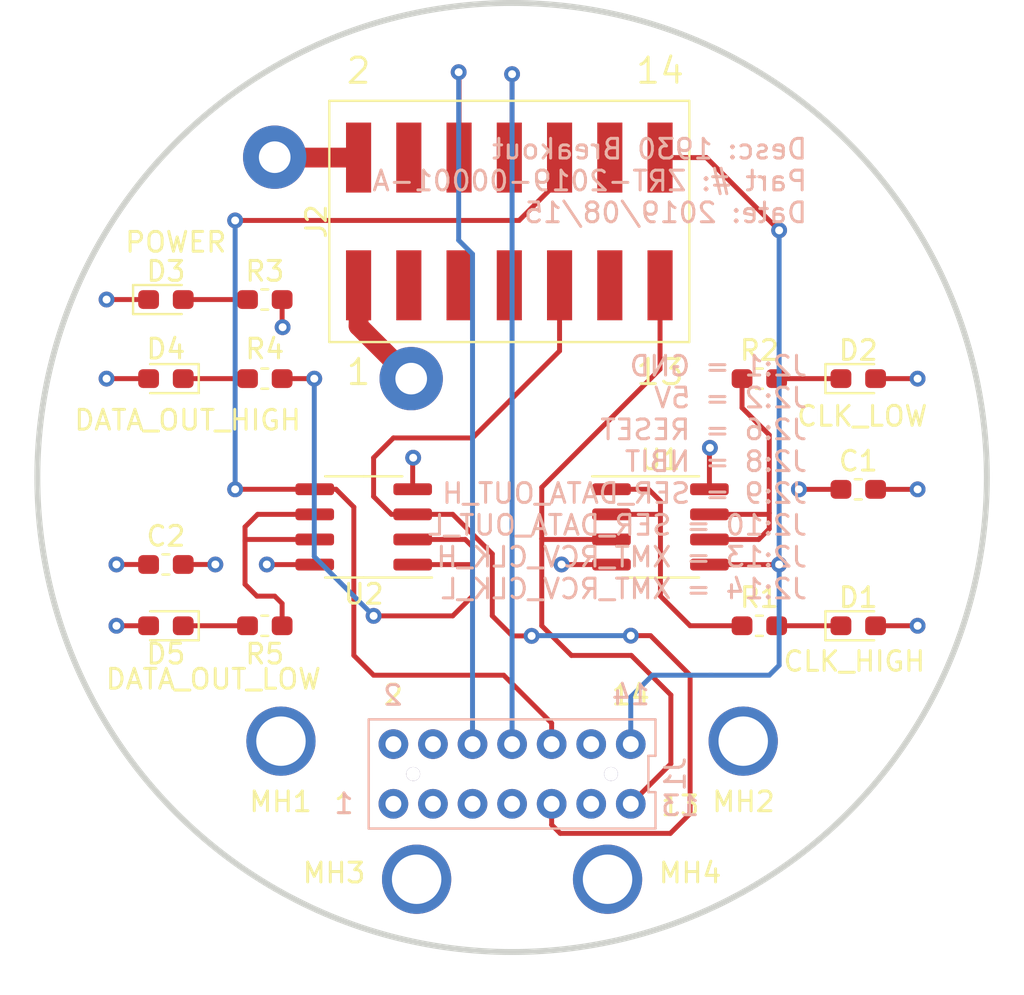
<source format=kicad_pcb>
(kicad_pcb (version 20171130) (host pcbnew "(5.1.2)-1")

  (general
    (thickness 1.6)
    (drawings 12)
    (tracks 157)
    (zones 0)
    (modules 20)
    (nets 18)
  )

  (page A4)
  (layers
    (0 F.Cu signal)
    (1 In1.Cu power hide)
    (2 In2.Cu power hide)
    (31 B.Cu signal)
    (32 B.Adhes user)
    (33 F.Adhes user)
    (34 B.Paste user)
    (35 F.Paste user)
    (36 B.SilkS user)
    (37 F.SilkS user)
    (38 B.Mask user)
    (39 F.Mask user)
    (40 Dwgs.User user)
    (41 Cmts.User user)
    (42 Eco1.User user)
    (43 Eco2.User user)
    (44 Edge.Cuts user)
    (45 Margin user)
    (46 B.CrtYd user)
    (47 F.CrtYd user)
    (48 B.Fab user)
    (49 F.Fab user)
  )

  (setup
    (last_trace_width 0.25)
    (trace_clearance 0.2)
    (zone_clearance 0.508)
    (zone_45_only no)
    (trace_min 0.2)
    (via_size 0.8)
    (via_drill 0.4)
    (via_min_size 0.4)
    (via_min_drill 0.3)
    (uvia_size 0.3)
    (uvia_drill 0.1)
    (uvias_allowed no)
    (uvia_min_size 0.2)
    (uvia_min_drill 0.1)
    (edge_width 0.05)
    (segment_width 0.2)
    (pcb_text_width 0.3)
    (pcb_text_size 1.5 1.5)
    (mod_edge_width 0.12)
    (mod_text_size 1 1)
    (mod_text_width 0.15)
    (pad_size 1.95 0.6)
    (pad_drill 0)
    (pad_to_mask_clearance 0.051)
    (solder_mask_min_width 0.25)
    (aux_axis_origin 0 0)
    (visible_elements 7FFFFFFF)
    (pcbplotparams
      (layerselection 0x010fc_ffffffff)
      (usegerberextensions false)
      (usegerberattributes false)
      (usegerberadvancedattributes false)
      (creategerberjobfile false)
      (excludeedgelayer true)
      (linewidth 0.100000)
      (plotframeref false)
      (viasonmask false)
      (mode 1)
      (useauxorigin false)
      (hpglpennumber 1)
      (hpglpenspeed 20)
      (hpglpendiameter 15.000000)
      (psnegative false)
      (psa4output false)
      (plotreference true)
      (plotvalue true)
      (plotinvisibletext false)
      (padsonsilk false)
      (subtractmaskfromsilk false)
      (outputformat 1)
      (mirror false)
      (drillshape 1)
      (scaleselection 1)
      (outputdirectory ""))
  )

  (net 0 "")
  (net 1 +5V)
  (net 2 GND)
  (net 3 "Net-(D1-Pad1)")
  (net 4 "Net-(D2-Pad1)")
  (net 5 "Net-(D3-Pad2)")
  (net 6 /NIBIT)
  (net 7 /RESET)
  (net 8 /SER_DATA_OUT_H)
  (net 9 /SER_DATA_OUT_L)
  (net 10 /XMT_RCV_CLK_H)
  (net 11 /XMT_RCV_CLK_L)
  (net 12 "Net-(R1-Pad1)")
  (net 13 "Net-(R2-Pad1)")
  (net 14 "Net-(R4-Pad1)")
  (net 15 "Net-(R5-Pad1)")
  (net 16 "Net-(D4-Pad1)")
  (net 17 "Net-(D5-Pad1)")

  (net_class Default "This is the default net class."
    (clearance 0.2)
    (trace_width 0.25)
    (via_dia 0.8)
    (via_drill 0.4)
    (uvia_dia 0.3)
    (uvia_drill 0.1)
    (add_net +5V)
    (add_net /NIBIT)
    (add_net /RESET)
    (add_net /SER_DATA_OUT_H)
    (add_net /SER_DATA_OUT_L)
    (add_net /XMT_RCV_CLK_H)
    (add_net /XMT_RCV_CLK_L)
    (add_net GND)
    (add_net "Net-(D1-Pad1)")
    (add_net "Net-(D2-Pad1)")
    (add_net "Net-(D3-Pad2)")
    (add_net "Net-(D4-Pad1)")
    (add_net "Net-(D5-Pad1)")
    (add_net "Net-(R1-Pad1)")
    (add_net "Net-(R2-Pad1)")
    (add_net "Net-(R4-Pad1)")
    (add_net "Net-(R5-Pad1)")
  )

  (module Capacitor_SMD:C_0603_1608Metric_Pad1.05x0.95mm_HandSolder (layer F.Cu) (tedit 5B301BBE) (tstamp 5D55D4E1)
    (at 167.5 100.6)
    (descr "Capacitor SMD 0603 (1608 Metric), square (rectangular) end terminal, IPC_7351 nominal with elongated pad for handsoldering. (Body size source: http://www.tortai-tech.com/upload/download/2011102023233369053.pdf), generated with kicad-footprint-generator")
    (tags "capacitor handsolder")
    (path /5D52979F)
    (attr smd)
    (fp_text reference C1 (at 0 -1.43) (layer F.SilkS)
      (effects (font (size 1 1) (thickness 0.15)))
    )
    (fp_text value CC0603KRX7R8BB104 (at 0 1.43) (layer F.Fab)
      (effects (font (size 1 1) (thickness 0.15)))
    )
    (fp_text user %R (at 0 0) (layer F.Fab)
      (effects (font (size 0.4 0.4) (thickness 0.06)))
    )
    (fp_line (start 1.65 0.73) (end -1.65 0.73) (layer F.CrtYd) (width 0.05))
    (fp_line (start 1.65 -0.73) (end 1.65 0.73) (layer F.CrtYd) (width 0.05))
    (fp_line (start -1.65 -0.73) (end 1.65 -0.73) (layer F.CrtYd) (width 0.05))
    (fp_line (start -1.65 0.73) (end -1.65 -0.73) (layer F.CrtYd) (width 0.05))
    (fp_line (start -0.171267 0.51) (end 0.171267 0.51) (layer F.SilkS) (width 0.12))
    (fp_line (start -0.171267 -0.51) (end 0.171267 -0.51) (layer F.SilkS) (width 0.12))
    (fp_line (start 0.8 0.4) (end -0.8 0.4) (layer F.Fab) (width 0.1))
    (fp_line (start 0.8 -0.4) (end 0.8 0.4) (layer F.Fab) (width 0.1))
    (fp_line (start -0.8 -0.4) (end 0.8 -0.4) (layer F.Fab) (width 0.1))
    (fp_line (start -0.8 0.4) (end -0.8 -0.4) (layer F.Fab) (width 0.1))
    (pad 2 smd roundrect (at 0.875 0) (size 1.05 0.95) (layers F.Cu F.Paste F.Mask) (roundrect_rratio 0.25)
      (net 2 GND))
    (pad 1 smd roundrect (at -0.875 0) (size 1.05 0.95) (layers F.Cu F.Paste F.Mask) (roundrect_rratio 0.25)
      (net 1 +5V))
    (model ${KISYS3DMOD}/Capacitor_SMD.3dshapes/C_0603_1608Metric.wrl
      (at (xyz 0 0 0))
      (scale (xyz 1 1 1))
      (rotate (xyz 0 0 0))
    )
  )

  (module Diode_SMD:D_0603_1608Metric_Pad1.05x0.95mm_HandSolder (layer F.Cu) (tedit 5B4B45C8) (tstamp 5D55D33E)
    (at 167.5 107.5)
    (descr "Diode SMD 0603 (1608 Metric), square (rectangular) end terminal, IPC_7351 nominal, (Body size source: http://www.tortai-tech.com/upload/download/2011102023233369053.pdf), generated with kicad-footprint-generator")
    (tags "diode handsolder")
    (path /5D4E5115)
    (attr smd)
    (fp_text reference D1 (at 0 -1.43) (layer F.SilkS)
      (effects (font (size 1 1) (thickness 0.15)))
    )
    (fp_text value LG_L29K-G2J1-24-Z (at 0 1.43) (layer F.Fab)
      (effects (font (size 1 1) (thickness 0.15)))
    )
    (fp_text user %R (at 0 0) (layer F.Fab)
      (effects (font (size 0.4 0.4) (thickness 0.06)))
    )
    (fp_line (start 1.65 0.73) (end -1.65 0.73) (layer F.CrtYd) (width 0.05))
    (fp_line (start 1.65 -0.73) (end 1.65 0.73) (layer F.CrtYd) (width 0.05))
    (fp_line (start -1.65 -0.73) (end 1.65 -0.73) (layer F.CrtYd) (width 0.05))
    (fp_line (start -1.65 0.73) (end -1.65 -0.73) (layer F.CrtYd) (width 0.05))
    (fp_line (start -1.66 0.735) (end 0.8 0.735) (layer F.SilkS) (width 0.12))
    (fp_line (start -1.66 -0.735) (end -1.66 0.735) (layer F.SilkS) (width 0.12))
    (fp_line (start 0.8 -0.735) (end -1.66 -0.735) (layer F.SilkS) (width 0.12))
    (fp_line (start 0.8 0.4) (end 0.8 -0.4) (layer F.Fab) (width 0.1))
    (fp_line (start -0.8 0.4) (end 0.8 0.4) (layer F.Fab) (width 0.1))
    (fp_line (start -0.8 -0.1) (end -0.8 0.4) (layer F.Fab) (width 0.1))
    (fp_line (start -0.5 -0.4) (end -0.8 -0.1) (layer F.Fab) (width 0.1))
    (fp_line (start 0.8 -0.4) (end -0.5 -0.4) (layer F.Fab) (width 0.1))
    (pad 2 smd roundrect (at 0.875 0) (size 1.05 0.95) (layers F.Cu F.Paste F.Mask) (roundrect_rratio 0.25)
      (net 2 GND))
    (pad 1 smd roundrect (at -0.875 0) (size 1.05 0.95) (layers F.Cu F.Paste F.Mask) (roundrect_rratio 0.25)
      (net 3 "Net-(D1-Pad1)"))
    (model ${KISYS3DMOD}/Diode_SMD.3dshapes/D_0603_1608Metric.wrl
      (at (xyz 0 0 0))
      (scale (xyz 1 1 1))
      (rotate (xyz 0 0 0))
    )
  )

  (module Diode_SMD:D_0603_1608Metric_Pad1.05x0.95mm_HandSolder (layer F.Cu) (tedit 5B4B45C8) (tstamp 5D532886)
    (at 167.5 95)
    (descr "Diode SMD 0603 (1608 Metric), square (rectangular) end terminal, IPC_7351 nominal, (Body size source: http://www.tortai-tech.com/upload/download/2011102023233369053.pdf), generated with kicad-footprint-generator")
    (tags "diode handsolder")
    (path /5D4FC282)
    (attr smd)
    (fp_text reference D2 (at 0 -1.43) (layer F.SilkS)
      (effects (font (size 1 1) (thickness 0.15)))
    )
    (fp_text value LG_L29K-G2J1-24-Z (at 0 1.43) (layer F.Fab)
      (effects (font (size 1 1) (thickness 0.15)))
    )
    (fp_text user %R (at 0 0) (layer F.Fab)
      (effects (font (size 0.4 0.4) (thickness 0.06)))
    )
    (fp_line (start 1.65 0.73) (end -1.65 0.73) (layer F.CrtYd) (width 0.05))
    (fp_line (start 1.65 -0.73) (end 1.65 0.73) (layer F.CrtYd) (width 0.05))
    (fp_line (start -1.65 -0.73) (end 1.65 -0.73) (layer F.CrtYd) (width 0.05))
    (fp_line (start -1.65 0.73) (end -1.65 -0.73) (layer F.CrtYd) (width 0.05))
    (fp_line (start -1.66 0.735) (end 0.8 0.735) (layer F.SilkS) (width 0.12))
    (fp_line (start -1.66 -0.735) (end -1.66 0.735) (layer F.SilkS) (width 0.12))
    (fp_line (start 0.8 -0.735) (end -1.66 -0.735) (layer F.SilkS) (width 0.12))
    (fp_line (start 0.8 0.4) (end 0.8 -0.4) (layer F.Fab) (width 0.1))
    (fp_line (start -0.8 0.4) (end 0.8 0.4) (layer F.Fab) (width 0.1))
    (fp_line (start -0.8 -0.1) (end -0.8 0.4) (layer F.Fab) (width 0.1))
    (fp_line (start -0.5 -0.4) (end -0.8 -0.1) (layer F.Fab) (width 0.1))
    (fp_line (start 0.8 -0.4) (end -0.5 -0.4) (layer F.Fab) (width 0.1))
    (pad 2 smd roundrect (at 0.875 0) (size 1.05 0.95) (layers F.Cu F.Paste F.Mask) (roundrect_rratio 0.25)
      (net 2 GND))
    (pad 1 smd roundrect (at -0.875 0) (size 1.05 0.95) (layers F.Cu F.Paste F.Mask) (roundrect_rratio 0.25)
      (net 4 "Net-(D2-Pad1)"))
    (model ${KISYS3DMOD}/Diode_SMD.3dshapes/D_0603_1608Metric.wrl
      (at (xyz 0 0 0))
      (scale (xyz 1 1 1))
      (rotate (xyz 0 0 0))
    )
  )

  (module Diode_SMD:D_0603_1608Metric_Pad1.05x0.95mm_HandSolder (layer F.Cu) (tedit 5B4B45C8) (tstamp 5D55ED5E)
    (at 132.5 91)
    (descr "Diode SMD 0603 (1608 Metric), square (rectangular) end terminal, IPC_7351 nominal, (Body size source: http://www.tortai-tech.com/upload/download/2011102023233369053.pdf), generated with kicad-footprint-generator")
    (tags "diode handsolder")
    (path /5D53331B)
    (attr smd)
    (fp_text reference D3 (at 0 -1.43) (layer F.SilkS)
      (effects (font (size 1 1) (thickness 0.15)))
    )
    (fp_text value LG_L29K-G2J1-24-Z (at 0 1.43) (layer F.Fab)
      (effects (font (size 1 1) (thickness 0.15)))
    )
    (fp_text user %R (at 0 0) (layer F.Fab)
      (effects (font (size 0.4 0.4) (thickness 0.06)))
    )
    (fp_line (start 1.65 0.73) (end -1.65 0.73) (layer F.CrtYd) (width 0.05))
    (fp_line (start 1.65 -0.73) (end 1.65 0.73) (layer F.CrtYd) (width 0.05))
    (fp_line (start -1.65 -0.73) (end 1.65 -0.73) (layer F.CrtYd) (width 0.05))
    (fp_line (start -1.65 0.73) (end -1.65 -0.73) (layer F.CrtYd) (width 0.05))
    (fp_line (start -1.66 0.735) (end 0.8 0.735) (layer F.SilkS) (width 0.12))
    (fp_line (start -1.66 -0.735) (end -1.66 0.735) (layer F.SilkS) (width 0.12))
    (fp_line (start 0.8 -0.735) (end -1.66 -0.735) (layer F.SilkS) (width 0.12))
    (fp_line (start 0.8 0.4) (end 0.8 -0.4) (layer F.Fab) (width 0.1))
    (fp_line (start -0.8 0.4) (end 0.8 0.4) (layer F.Fab) (width 0.1))
    (fp_line (start -0.8 -0.1) (end -0.8 0.4) (layer F.Fab) (width 0.1))
    (fp_line (start -0.5 -0.4) (end -0.8 -0.1) (layer F.Fab) (width 0.1))
    (fp_line (start 0.8 -0.4) (end -0.5 -0.4) (layer F.Fab) (width 0.1))
    (pad 2 smd roundrect (at 0.875 0) (size 1.05 0.95) (layers F.Cu F.Paste F.Mask) (roundrect_rratio 0.25)
      (net 5 "Net-(D3-Pad2)"))
    (pad 1 smd roundrect (at -0.875 0) (size 1.05 0.95) (layers F.Cu F.Paste F.Mask) (roundrect_rratio 0.25)
      (net 1 +5V))
    (model ${KISYS3DMOD}/Diode_SMD.3dshapes/D_0603_1608Metric.wrl
      (at (xyz 0 0 0))
      (scale (xyz 1 1 1))
      (rotate (xyz 0 0 0))
    )
  )

  (module RectangularConnector_Amphenol:95278-101A14LF (layer F.Cu) (tedit 5D54CF56) (tstamp 5D532584)
    (at 149.86 87.05)
    (path /5D4B7933)
    (attr smd)
    (fp_text reference J2 (at -9.755 0 90) (layer F.SilkS)
      (effects (font (size 1 1) (thickness 0.15)))
    )
    (fp_text value Amphenol_95278-101A14LF (at 0 0) (layer F.Fab)
      (effects (font (size 1 1) (thickness 0.15)))
    )
    (fp_line (start -9.1 -6.1) (end -9.1 6.1) (layer F.SilkS) (width 0.12))
    (fp_line (start -9.1 -6.1) (end 9.1 -6.1) (layer F.SilkS) (width 0.12))
    (fp_line (start 9.1 -6.1) (end 9.1 6.1) (layer F.SilkS) (width 0.12))
    (fp_line (start -9.1 6.1) (end 9.1 6.1) (layer F.SilkS) (width 0.12))
    (fp_line (start -9 -6) (end 9 -6) (layer F.CrtYd) (width 0.05))
    (fp_line (start 9 -6) (end 9 6) (layer F.CrtYd) (width 0.05))
    (fp_line (start -9 6) (end 9 6) (layer F.CrtYd) (width 0.05))
    (fp_line (start -9 -6) (end -9 6) (layer F.CrtYd) (width 0.05))
    (fp_text user 1 (at -7.62 7.62) (layer F.SilkS)
      (effects (font (size 1.27 1.27) (thickness 0.15)))
    )
    (fp_text user 2 (at -7.62 -7.62) (layer F.SilkS)
      (effects (font (size 1.27 1.27) (thickness 0.15)))
    )
    (fp_text user 13 (at 7.62 7.62) (layer F.SilkS)
      (effects (font (size 1.27 1.27) (thickness 0.15)))
    )
    (fp_text user 14 (at 7.62 -7.62) (layer F.SilkS)
      (effects (font (size 1.27 1.27) (thickness 0.15)))
    )
    (pad 14 smd rect (at 7.62 -3.23) (size 1.27 3.54) (layers F.Cu F.Paste F.Mask)
      (net 11 /XMT_RCV_CLK_L))
    (pad 1 smd rect (at -7.62 3.23) (size 1.27 3.54) (layers F.Cu F.Paste F.Mask)
      (net 2 GND))
    (pad 13 smd rect (at 7.62 3.23) (size 1.27 3.54) (layers F.Cu F.Paste F.Mask)
      (net 10 /XMT_RCV_CLK_H))
    (pad 2 smd rect (at -7.62 -3.23) (size 1.27 3.54) (layers F.Cu F.Paste F.Mask)
      (net 1 +5V))
    (pad 12 smd rect (at 5.08 -3.23) (size 1.27 3.54) (layers F.Cu F.Paste F.Mask))
    (pad 3 smd rect (at -5.08 3.23) (size 1.27 3.54) (layers F.Cu F.Paste F.Mask))
    (pad 11 smd rect (at 5.08 3.23) (size 1.27 3.54) (layers F.Cu F.Paste F.Mask))
    (pad 4 smd rect (at -5.08 -3.23) (size 1.27 3.54) (layers F.Cu F.Paste F.Mask))
    (pad 10 smd rect (at 2.54 -3.23) (size 1.27 3.54) (layers F.Cu F.Paste F.Mask)
      (net 9 /SER_DATA_OUT_L))
    (pad 5 smd rect (at -2.54 3.23) (size 1.27 3.54) (layers F.Cu F.Paste F.Mask))
    (pad 9 smd rect (at 2.54 3.23) (size 1.27 3.54) (layers F.Cu F.Paste F.Mask)
      (net 8 /SER_DATA_OUT_H))
    (pad 6 smd rect (at -2.54 -3.23) (size 1.27 3.54) (layers F.Cu F.Paste F.Mask)
      (net 7 /RESET))
    (pad 8 smd rect (at 0 -3.23) (size 1.27 3.54) (layers F.Cu F.Paste F.Mask)
      (net 6 /NIBIT))
    (pad 7 smd rect (at 0 3.23) (size 1.27 3.54) (layers F.Cu F.Paste F.Mask))
    (model ${KIPRJMOD}/s95278_y01_14_asm/95278_y01_14_asm.stp
      (offset (xyz -17.75 6 -10))
      (scale (xyz 1 1 1))
      (rotate (xyz 180 0 0))
    )
  )

  (module Resistor_SMD:R_0603_1608Metric_Pad1.05x0.95mm_HandSolder (layer F.Cu) (tedit 5B301BBD) (tstamp 5D5325A9)
    (at 162.5 107.5)
    (descr "Resistor SMD 0603 (1608 Metric), square (rectangular) end terminal, IPC_7351 nominal with elongated pad for handsoldering. (Body size source: http://www.tortai-tech.com/upload/download/2011102023233369053.pdf), generated with kicad-footprint-generator")
    (tags "resistor handsolder")
    (path /5D4E1458)
    (attr smd)
    (fp_text reference R1 (at 0 -1.43) (layer F.SilkS)
      (effects (font (size 1 1) (thickness 0.15)))
    )
    (fp_text value R_US (at 0 1.43) (layer F.Fab)
      (effects (font (size 1 1) (thickness 0.15)))
    )
    (fp_text user %R (at 0 0) (layer F.Fab)
      (effects (font (size 0.4 0.4) (thickness 0.06)))
    )
    (fp_line (start 1.65 0.73) (end -1.65 0.73) (layer F.CrtYd) (width 0.05))
    (fp_line (start 1.65 -0.73) (end 1.65 0.73) (layer F.CrtYd) (width 0.05))
    (fp_line (start -1.65 -0.73) (end 1.65 -0.73) (layer F.CrtYd) (width 0.05))
    (fp_line (start -1.65 0.73) (end -1.65 -0.73) (layer F.CrtYd) (width 0.05))
    (fp_line (start -0.171267 0.51) (end 0.171267 0.51) (layer F.SilkS) (width 0.12))
    (fp_line (start -0.171267 -0.51) (end 0.171267 -0.51) (layer F.SilkS) (width 0.12))
    (fp_line (start 0.8 0.4) (end -0.8 0.4) (layer F.Fab) (width 0.1))
    (fp_line (start 0.8 -0.4) (end 0.8 0.4) (layer F.Fab) (width 0.1))
    (fp_line (start -0.8 -0.4) (end 0.8 -0.4) (layer F.Fab) (width 0.1))
    (fp_line (start -0.8 0.4) (end -0.8 -0.4) (layer F.Fab) (width 0.1))
    (pad 2 smd roundrect (at 0.875 0) (size 1.05 0.95) (layers F.Cu F.Paste F.Mask) (roundrect_rratio 0.25)
      (net 3 "Net-(D1-Pad1)"))
    (pad 1 smd roundrect (at -0.875 0) (size 1.05 0.95) (layers F.Cu F.Paste F.Mask) (roundrect_rratio 0.25)
      (net 12 "Net-(R1-Pad1)"))
    (model ${KISYS3DMOD}/Resistor_SMD.3dshapes/R_0603_1608Metric.wrl
      (at (xyz 0 0 0))
      (scale (xyz 1 1 1))
      (rotate (xyz 0 0 0))
    )
  )

  (module Resistor_SMD:R_0603_1608Metric_Pad1.05x0.95mm_HandSolder (layer F.Cu) (tedit 5B301BBD) (tstamp 5D5325BA)
    (at 162.5 95)
    (descr "Resistor SMD 0603 (1608 Metric), square (rectangular) end terminal, IPC_7351 nominal with elongated pad for handsoldering. (Body size source: http://www.tortai-tech.com/upload/download/2011102023233369053.pdf), generated with kicad-footprint-generator")
    (tags "resistor handsolder")
    (path /5D4FC273)
    (attr smd)
    (fp_text reference R2 (at 0 -1.43) (layer F.SilkS)
      (effects (font (size 1 1) (thickness 0.15)))
    )
    (fp_text value R_US (at 0 1.43) (layer F.Fab)
      (effects (font (size 1 1) (thickness 0.15)))
    )
    (fp_text user %R (at 0 0) (layer F.Fab)
      (effects (font (size 0.4 0.4) (thickness 0.06)))
    )
    (fp_line (start 1.65 0.73) (end -1.65 0.73) (layer F.CrtYd) (width 0.05))
    (fp_line (start 1.65 -0.73) (end 1.65 0.73) (layer F.CrtYd) (width 0.05))
    (fp_line (start -1.65 -0.73) (end 1.65 -0.73) (layer F.CrtYd) (width 0.05))
    (fp_line (start -1.65 0.73) (end -1.65 -0.73) (layer F.CrtYd) (width 0.05))
    (fp_line (start -0.171267 0.51) (end 0.171267 0.51) (layer F.SilkS) (width 0.12))
    (fp_line (start -0.171267 -0.51) (end 0.171267 -0.51) (layer F.SilkS) (width 0.12))
    (fp_line (start 0.8 0.4) (end -0.8 0.4) (layer F.Fab) (width 0.1))
    (fp_line (start 0.8 -0.4) (end 0.8 0.4) (layer F.Fab) (width 0.1))
    (fp_line (start -0.8 -0.4) (end 0.8 -0.4) (layer F.Fab) (width 0.1))
    (fp_line (start -0.8 0.4) (end -0.8 -0.4) (layer F.Fab) (width 0.1))
    (pad 2 smd roundrect (at 0.875 0) (size 1.05 0.95) (layers F.Cu F.Paste F.Mask) (roundrect_rratio 0.25)
      (net 4 "Net-(D2-Pad1)"))
    (pad 1 smd roundrect (at -0.875 0) (size 1.05 0.95) (layers F.Cu F.Paste F.Mask) (roundrect_rratio 0.25)
      (net 13 "Net-(R2-Pad1)"))
    (model ${KISYS3DMOD}/Resistor_SMD.3dshapes/R_0603_1608Metric.wrl
      (at (xyz 0 0 0))
      (scale (xyz 1 1 1))
      (rotate (xyz 0 0 0))
    )
  )

  (module Resistor_SMD:R_0603_1608Metric_Pad1.05x0.95mm_HandSolder (layer F.Cu) (tedit 5B301BBD) (tstamp 5D5325CB)
    (at 137.5 91)
    (descr "Resistor SMD 0603 (1608 Metric), square (rectangular) end terminal, IPC_7351 nominal with elongated pad for handsoldering. (Body size source: http://www.tortai-tech.com/upload/download/2011102023233369053.pdf), generated with kicad-footprint-generator")
    (tags "resistor handsolder")
    (path /5D532076)
    (attr smd)
    (fp_text reference R3 (at 0 -1.43) (layer F.SilkS)
      (effects (font (size 1 1) (thickness 0.15)))
    )
    (fp_text value RC0603FR-07200RL (at 0 1.43) (layer F.Fab)
      (effects (font (size 1 1) (thickness 0.15)))
    )
    (fp_text user %R (at 0 0) (layer F.Fab)
      (effects (font (size 0.4 0.4) (thickness 0.06)))
    )
    (fp_line (start 1.65 0.73) (end -1.65 0.73) (layer F.CrtYd) (width 0.05))
    (fp_line (start 1.65 -0.73) (end 1.65 0.73) (layer F.CrtYd) (width 0.05))
    (fp_line (start -1.65 -0.73) (end 1.65 -0.73) (layer F.CrtYd) (width 0.05))
    (fp_line (start -1.65 0.73) (end -1.65 -0.73) (layer F.CrtYd) (width 0.05))
    (fp_line (start -0.171267 0.51) (end 0.171267 0.51) (layer F.SilkS) (width 0.12))
    (fp_line (start -0.171267 -0.51) (end 0.171267 -0.51) (layer F.SilkS) (width 0.12))
    (fp_line (start 0.8 0.4) (end -0.8 0.4) (layer F.Fab) (width 0.1))
    (fp_line (start 0.8 -0.4) (end 0.8 0.4) (layer F.Fab) (width 0.1))
    (fp_line (start -0.8 -0.4) (end 0.8 -0.4) (layer F.Fab) (width 0.1))
    (fp_line (start -0.8 0.4) (end -0.8 -0.4) (layer F.Fab) (width 0.1))
    (pad 2 smd roundrect (at 0.875 0) (size 1.05 0.95) (layers F.Cu F.Paste F.Mask) (roundrect_rratio 0.25)
      (net 2 GND))
    (pad 1 smd roundrect (at -0.875 0) (size 1.05 0.95) (layers F.Cu F.Paste F.Mask) (roundrect_rratio 0.25)
      (net 5 "Net-(D3-Pad2)"))
    (model ${KISYS3DMOD}/Resistor_SMD.3dshapes/R_0603_1608Metric.wrl
      (at (xyz 0 0 0))
      (scale (xyz 1 1 1))
      (rotate (xyz 0 0 0))
    )
  )

  (module Package_SO:SOIC-8_3.9x4.9mm_P1.27mm (layer F.Cu) (tedit 5D5599F8) (tstamp 5D53298E)
    (at 157.5 102.5)
    (descr "SOIC, 8 Pin (JEDEC MS-012AA, https://www.analog.com/media/en/package-pcb-resources/package/pkg_pdf/soic_narrow-r/r_8.pdf), generated with kicad-footprint-generator ipc_gullwing_generator.py")
    (tags "SOIC SO")
    (path /5D4ADD74)
    (attr smd)
    (fp_text reference U1 (at 0 -3.4) (layer F.SilkS)
      (effects (font (size 1 1) (thickness 0.15)))
    )
    (fp_text value LM358 (at 0 3.4) (layer F.Fab)
      (effects (font (size 1 1) (thickness 0.15)))
    )
    (fp_text user %R (at 0 0) (layer F.Fab)
      (effects (font (size 0.98 0.98) (thickness 0.15)))
    )
    (fp_line (start 3.7 -2.7) (end -3.7 -2.7) (layer F.CrtYd) (width 0.05))
    (fp_line (start 3.7 2.7) (end 3.7 -2.7) (layer F.CrtYd) (width 0.05))
    (fp_line (start -3.7 2.7) (end 3.7 2.7) (layer F.CrtYd) (width 0.05))
    (fp_line (start -3.7 -2.7) (end -3.7 2.7) (layer F.CrtYd) (width 0.05))
    (fp_line (start -1.95 -1.475) (end -0.975 -2.45) (layer F.Fab) (width 0.1))
    (fp_line (start -1.95 2.45) (end -1.95 -1.475) (layer F.Fab) (width 0.1))
    (fp_line (start 1.95 2.45) (end -1.95 2.45) (layer F.Fab) (width 0.1))
    (fp_line (start 1.95 -2.45) (end 1.95 2.45) (layer F.Fab) (width 0.1))
    (fp_line (start -0.975 -2.45) (end 1.95 -2.45) (layer F.Fab) (width 0.1))
    (fp_line (start 0 -2.56) (end -3.45 -2.56) (layer F.SilkS) (width 0.12))
    (fp_line (start 0 -2.56) (end 1.95 -2.56) (layer F.SilkS) (width 0.12))
    (fp_line (start 0 2.56) (end -1.95 2.56) (layer F.SilkS) (width 0.12))
    (fp_line (start 0 2.56) (end 1.95 2.56) (layer F.SilkS) (width 0.12))
    (pad 8 smd roundrect (at 2.475 -1.905) (size 1.95 0.6) (layers F.Cu F.Paste F.Mask) (roundrect_rratio 0.25)
      (net 1 +5V))
    (pad 7 smd roundrect (at 2.475 -0.635) (size 1.95 0.6) (layers F.Cu F.Paste F.Mask) (roundrect_rratio 0.25)
      (net 13 "Net-(R2-Pad1)"))
    (pad 6 smd roundrect (at 2.475 0.635) (size 1.95 0.6) (layers F.Cu F.Paste F.Mask) (roundrect_rratio 0.25)
      (net 13 "Net-(R2-Pad1)"))
    (pad 5 smd roundrect (at 2.475 1.905) (size 1.95 0.6) (layers F.Cu F.Paste F.Mask) (roundrect_rratio 0.25)
      (net 11 /XMT_RCV_CLK_L))
    (pad 4 smd roundrect (at -2.475 1.905) (size 1.95 0.6) (layers F.Cu F.Paste F.Mask) (roundrect_rratio 0.25)
      (net 2 GND))
    (pad 3 smd roundrect (at -2.475 0.635) (size 1.95 0.6) (layers F.Cu F.Paste F.Mask) (roundrect_rratio 0.25)
      (net 10 /XMT_RCV_CLK_H))
    (pad 2 smd roundrect (at -2.475 -0.635) (size 1.95 0.6) (layers F.Cu F.Paste F.Mask) (roundrect_rratio 0.25)
      (net 12 "Net-(R1-Pad1)"))
    (pad 1 smd roundrect (at -2.475 -1.905) (size 1.95 0.6) (layers F.Cu F.Paste F.Mask) (roundrect_rratio 0.25)
      (net 12 "Net-(R1-Pad1)"))
    (model ${KISYS3DMOD}/Package_SO.3dshapes/SOIC-8_3.9x4.9mm_P1.27mm.wrl
      (at (xyz 0 0 0))
      (scale (xyz 1 1 1))
      (rotate (xyz 0 0 0))
    )
  )

  (module RectangularConnector_Samtec:CLT-107-02 locked (layer B.Cu) (tedit 5D52E69E) (tstamp 5D53278B)
    (at 150 114.9954 180)
    (path /5D4BA5D5)
    (fp_text reference J1 (at -8.25 0 270) (layer B.SilkS)
      (effects (font (size 1 1) (thickness 0.15)) (justify mirror))
    )
    (fp_text value Samtec_CLT-107-02 (at 0 0) (layer B.Fab)
      (effects (font (size 1 1) (thickness 0.15)) (justify mirror))
    )
    (fp_line (start -7 -2.51) (end -7 2.51) (layer B.CrtYd) (width 0.05))
    (fp_line (start 7 -2.51) (end -7 -2.51) (layer B.CrtYd) (width 0.05))
    (fp_line (start 7 2.51) (end 7 -2.51) (layer B.CrtYd) (width 0.05))
    (fp_line (start -7 2.51) (end 7 2.51) (layer B.CrtYd) (width 0.05))
    (fp_line (start -7.25 -0.919999) (end -7.25 -2.759999) (layer B.SilkS) (width 0.12))
    (fp_line (start -6.89 -0.919999) (end -7.25 -0.919999) (layer B.SilkS) (width 0.12))
    (fp_line (start -6.89 0.92) (end -6.89 -0.919999) (layer B.SilkS) (width 0.12))
    (fp_line (start -7.25 0.92) (end -6.89 0.92) (layer B.SilkS) (width 0.12))
    (fp_line (start -7.25 2.76) (end -7.25 0.92) (layer B.SilkS) (width 0.12))
    (fp_line (start 7.25 2.759999) (end -7.25 2.76) (layer B.SilkS) (width 0.12))
    (fp_line (start 7.25 -2.76) (end 7.25 2.759999) (layer B.SilkS) (width 0.12))
    (fp_line (start -7.25 -2.759999) (end 7.25 -2.76) (layer B.SilkS) (width 0.12))
    (fp_text user 1 (at 8.5 -1.5046) (layer B.SilkS)
      (effects (font (size 1 1) (thickness 0.15)) (justify mirror))
    )
    (fp_text user 2 (at 6.03 3.98) (layer B.SilkS)
      (effects (font (size 1 1) (thickness 0.15)) (justify mirror))
    )
    (fp_text user 14 (at -6 4) (layer B.SilkS)
      (effects (font (size 1 1) (thickness 0.15)) (justify mirror))
    )
    (fp_text user 13 (at -8.5 -1.6046) (layer B.SilkS)
      (effects (font (size 1 1) (thickness 0.15)) (justify mirror))
    )
    (pad 7 thru_hole circle (at 0 -1.51 180) (size 1.5 1.5) (drill 0.8) (layers *.Cu *.Mask))
    (pad 8 thru_hole circle (at 0 1.51 180) (size 1.5 1.5) (drill 0.8) (layers *.Cu *.Mask)
      (net 6 /NIBIT))
    (pad 6 thru_hole circle (at 2 1.51 180) (size 1.5 1.5) (drill 0.8) (layers *.Cu *.Mask)
      (net 7 /RESET))
    (pad 9 thru_hole circle (at -2 -1.51 180) (size 1.5 1.5) (drill 0.8) (layers *.Cu *.Mask)
      (net 8 /SER_DATA_OUT_H))
    (pad 5 thru_hole circle (at 2 -1.51 180) (size 1.5 1.5) (drill 0.8) (layers *.Cu *.Mask))
    (pad 10 thru_hole circle (at -2 1.51 180) (size 1.5 1.5) (drill 0.8) (layers *.Cu *.Mask)
      (net 9 /SER_DATA_OUT_L))
    (pad 4 thru_hole circle (at 4 1.51 180) (size 1.5 1.5) (drill 0.8) (layers *.Cu *.Mask))
    (pad 11 thru_hole circle (at -4 -1.51 180) (size 1.5 1.5) (drill 0.8) (layers *.Cu *.Mask))
    (pad 3 thru_hole circle (at 4 -1.51 180) (size 1.5 1.5) (drill 0.8) (layers *.Cu *.Mask))
    (pad 12 thru_hole circle (at -4 1.51 180) (size 1.5 1.5) (drill 0.8) (layers *.Cu *.Mask))
    (pad 2 thru_hole circle (at 6 1.51 180) (size 1.5 1.5) (drill 0.8) (layers *.Cu *.Mask)
      (net 1 +5V))
    (pad 13 thru_hole circle (at -6 -1.51 180) (size 1.5 1.5) (drill 0.8) (layers *.Cu *.Mask)
      (net 10 /XMT_RCV_CLK_H))
    (pad 1 thru_hole circle (at 6 -1.51 180) (size 1.5 1.5) (drill 0.8) (layers *.Cu *.Mask)
      (net 2 GND))
    (pad 14 thru_hole circle (at -6 1.51 180) (size 1.5 1.5) (drill 0.8) (layers *.Cu *.Mask)
      (net 11 /XMT_RCV_CLK_L))
    (pad "" thru_hole circle (at 5 0 180) (size 0.7 0.7) (drill 0.7) (layers *.Cu *.Mask))
    (pad "" thru_hole circle (at -5 0 180) (size 0.7 0.7) (drill 0.7) (layers *.Cu *.Mask))
    (model ${KIPRJMOD}/SAMTEC_CLT-107-01-F-D/CLT-107-01-F-D.stp
      (at (xyz 0 0 0))
      (scale (xyz 1 1 1))
      (rotate (xyz -90 0 0))
    )
  )

  (module MountingHoles_CapScrew:CapScrew_2-56 locked (layer F.Cu) (tedit 5D546CB3) (tstamp 5D549EE8)
    (at 138.316 113.335)
    (path /5D54C186)
    (fp_text reference MH1 (at -0.016 3.065) (layer F.SilkS)
      (effects (font (size 1 1) (thickness 0.15)))
    )
    (fp_text value MH_CapScrew_2-56 (at 0 5) (layer F.Fab)
      (effects (font (size 1 1) (thickness 0.15)))
    )
    (pad 1 thru_hole circle (at 0 0) (size 3.5 3.5) (drill 2.5) (layers *.Cu *.Mask)
      (net 2 GND))
  )

  (module MountingHoles_CapScrew:CapScrew_2-56 locked (layer F.Cu) (tedit 5D546CB3) (tstamp 5D549EED)
    (at 161.684 113.335)
    (path /5D54F531)
    (fp_text reference MH2 (at 0.016 3.065) (layer F.SilkS)
      (effects (font (size 1 1) (thickness 0.15)))
    )
    (fp_text value MH_CapScrew_2-56 (at 0 5) (layer F.Fab)
      (effects (font (size 1 1) (thickness 0.15)))
    )
    (pad 1 thru_hole circle (at 0 0) (size 3.5 3.5) (drill 2.5) (layers *.Cu *.Mask)
      (net 2 GND))
  )

  (module MountingHoles_CapScrew:CapScrew_2-56 locked (layer F.Cu) (tedit 5D546CB3) (tstamp 5D549EF2)
    (at 145.174 120.32)
    (path /5D550C89)
    (fp_text reference MH3 (at -4.174 -0.32) (layer F.SilkS)
      (effects (font (size 1 1) (thickness 0.15)))
    )
    (fp_text value MH_CapScrew_2-56 (at 0 5) (layer F.Fab)
      (effects (font (size 1 1) (thickness 0.15)))
    )
    (pad 1 thru_hole circle (at 0 0) (size 3.5 3.5) (drill 2.5) (layers *.Cu *.Mask)
      (net 2 GND))
  )

  (module MountingHoles_CapScrew:CapScrew_2-56 locked (layer F.Cu) (tedit 5D546CB3) (tstamp 5D549EF7)
    (at 154.826 120.32)
    (path /5D550FC9)
    (fp_text reference MH4 (at 4.174 -0.32) (layer F.SilkS)
      (effects (font (size 1 1) (thickness 0.15)))
    )
    (fp_text value MH_CapScrew_2-56 (at 0 5) (layer F.Fab)
      (effects (font (size 1 1) (thickness 0.15)))
    )
    (pad 1 thru_hole circle (at 0 0) (size 3.5 3.5) (drill 2.5) (layers *.Cu *.Mask)
      (net 2 GND))
  )

  (module Capacitor_SMD:C_0603_1608Metric_Pad1.05x0.95mm_HandSolder (layer F.Cu) (tedit 5B301BBE) (tstamp 5D55E139)
    (at 132.5 104.4)
    (descr "Capacitor SMD 0603 (1608 Metric), square (rectangular) end terminal, IPC_7351 nominal with elongated pad for handsoldering. (Body size source: http://www.tortai-tech.com/upload/download/2011102023233369053.pdf), generated with kicad-footprint-generator")
    (tags "capacitor handsolder")
    (path /5D5928E0)
    (attr smd)
    (fp_text reference C2 (at 0 -1.43) (layer F.SilkS)
      (effects (font (size 1 1) (thickness 0.15)))
    )
    (fp_text value CC0603KRX7R8BB104 (at 0 1.43) (layer F.Fab)
      (effects (font (size 1 1) (thickness 0.15)))
    )
    (fp_line (start -0.8 0.4) (end -0.8 -0.4) (layer F.Fab) (width 0.1))
    (fp_line (start -0.8 -0.4) (end 0.8 -0.4) (layer F.Fab) (width 0.1))
    (fp_line (start 0.8 -0.4) (end 0.8 0.4) (layer F.Fab) (width 0.1))
    (fp_line (start 0.8 0.4) (end -0.8 0.4) (layer F.Fab) (width 0.1))
    (fp_line (start -0.171267 -0.51) (end 0.171267 -0.51) (layer F.SilkS) (width 0.12))
    (fp_line (start -0.171267 0.51) (end 0.171267 0.51) (layer F.SilkS) (width 0.12))
    (fp_line (start -1.65 0.73) (end -1.65 -0.73) (layer F.CrtYd) (width 0.05))
    (fp_line (start -1.65 -0.73) (end 1.65 -0.73) (layer F.CrtYd) (width 0.05))
    (fp_line (start 1.65 -0.73) (end 1.65 0.73) (layer F.CrtYd) (width 0.05))
    (fp_line (start 1.65 0.73) (end -1.65 0.73) (layer F.CrtYd) (width 0.05))
    (fp_text user %R (at 0 0) (layer F.Fab)
      (effects (font (size 0.4 0.4) (thickness 0.06)))
    )
    (pad 1 smd roundrect (at -0.875 0) (size 1.05 0.95) (layers F.Cu F.Paste F.Mask) (roundrect_rratio 0.25)
      (net 1 +5V))
    (pad 2 smd roundrect (at 0.875 0) (size 1.05 0.95) (layers F.Cu F.Paste F.Mask) (roundrect_rratio 0.25)
      (net 2 GND))
    (model ${KISYS3DMOD}/Capacitor_SMD.3dshapes/C_0603_1608Metric.wrl
      (at (xyz 0 0 0))
      (scale (xyz 1 1 1))
      (rotate (xyz 0 0 0))
    )
  )

  (module Resistor_SMD:R_0603_1608Metric_Pad1.05x0.95mm_HandSolder (layer F.Cu) (tedit 5B301BBD) (tstamp 5D55CF76)
    (at 137.5 95 180)
    (descr "Resistor SMD 0603 (1608 Metric), square (rectangular) end terminal, IPC_7351 nominal with elongated pad for handsoldering. (Body size source: http://www.tortai-tech.com/upload/download/2011102023233369053.pdf), generated with kicad-footprint-generator")
    (tags "resistor handsolder")
    (path /5D592886)
    (attr smd)
    (fp_text reference R4 (at 0 1.5) (layer F.SilkS)
      (effects (font (size 1 1) (thickness 0.15)))
    )
    (fp_text value R_US (at 0 1.43) (layer F.Fab)
      (effects (font (size 1 1) (thickness 0.15)))
    )
    (fp_text user %R (at 0 0) (layer F.Fab)
      (effects (font (size 0.4 0.4) (thickness 0.06)))
    )
    (fp_line (start 1.65 0.73) (end -1.65 0.73) (layer F.CrtYd) (width 0.05))
    (fp_line (start 1.65 -0.73) (end 1.65 0.73) (layer F.CrtYd) (width 0.05))
    (fp_line (start -1.65 -0.73) (end 1.65 -0.73) (layer F.CrtYd) (width 0.05))
    (fp_line (start -1.65 0.73) (end -1.65 -0.73) (layer F.CrtYd) (width 0.05))
    (fp_line (start -0.171267 0.51) (end 0.171267 0.51) (layer F.SilkS) (width 0.12))
    (fp_line (start -0.171267 -0.51) (end 0.171267 -0.51) (layer F.SilkS) (width 0.12))
    (fp_line (start 0.8 0.4) (end -0.8 0.4) (layer F.Fab) (width 0.1))
    (fp_line (start 0.8 -0.4) (end 0.8 0.4) (layer F.Fab) (width 0.1))
    (fp_line (start -0.8 -0.4) (end 0.8 -0.4) (layer F.Fab) (width 0.1))
    (fp_line (start -0.8 0.4) (end -0.8 -0.4) (layer F.Fab) (width 0.1))
    (pad 2 smd roundrect (at 0.875 0 180) (size 1.05 0.95) (layers F.Cu F.Paste F.Mask) (roundrect_rratio 0.25)
      (net 16 "Net-(D4-Pad1)"))
    (pad 1 smd roundrect (at -0.875 0 180) (size 1.05 0.95) (layers F.Cu F.Paste F.Mask) (roundrect_rratio 0.25)
      (net 14 "Net-(R4-Pad1)"))
    (model ${KISYS3DMOD}/Resistor_SMD.3dshapes/R_0603_1608Metric.wrl
      (at (xyz 0 0 0))
      (scale (xyz 1 1 1))
      (rotate (xyz 0 0 0))
    )
  )

  (module Resistor_SMD:R_0603_1608Metric_Pad1.05x0.95mm_HandSolder (layer F.Cu) (tedit 5B301BBD) (tstamp 5D55E808)
    (at 137.5 107.5 180)
    (descr "Resistor SMD 0603 (1608 Metric), square (rectangular) end terminal, IPC_7351 nominal with elongated pad for handsoldering. (Body size source: http://www.tortai-tech.com/upload/download/2011102023233369053.pdf), generated with kicad-footprint-generator")
    (tags "resistor handsolder")
    (path /5D5928AA)
    (attr smd)
    (fp_text reference R5 (at 0 -1.43) (layer F.SilkS)
      (effects (font (size 1 1) (thickness 0.15)))
    )
    (fp_text value R_US (at 0 1.43) (layer F.Fab)
      (effects (font (size 1 1) (thickness 0.15)))
    )
    (fp_line (start -0.8 0.4) (end -0.8 -0.4) (layer F.Fab) (width 0.1))
    (fp_line (start -0.8 -0.4) (end 0.8 -0.4) (layer F.Fab) (width 0.1))
    (fp_line (start 0.8 -0.4) (end 0.8 0.4) (layer F.Fab) (width 0.1))
    (fp_line (start 0.8 0.4) (end -0.8 0.4) (layer F.Fab) (width 0.1))
    (fp_line (start -0.171267 -0.51) (end 0.171267 -0.51) (layer F.SilkS) (width 0.12))
    (fp_line (start -0.171267 0.51) (end 0.171267 0.51) (layer F.SilkS) (width 0.12))
    (fp_line (start -1.65 0.73) (end -1.65 -0.73) (layer F.CrtYd) (width 0.05))
    (fp_line (start -1.65 -0.73) (end 1.65 -0.73) (layer F.CrtYd) (width 0.05))
    (fp_line (start 1.65 -0.73) (end 1.65 0.73) (layer F.CrtYd) (width 0.05))
    (fp_line (start 1.65 0.73) (end -1.65 0.73) (layer F.CrtYd) (width 0.05))
    (fp_text user %R (at 0 0) (layer F.Fab)
      (effects (font (size 0.4 0.4) (thickness 0.06)))
    )
    (pad 1 smd roundrect (at -0.875 0 180) (size 1.05 0.95) (layers F.Cu F.Paste F.Mask) (roundrect_rratio 0.25)
      (net 15 "Net-(R5-Pad1)"))
    (pad 2 smd roundrect (at 0.875 0 180) (size 1.05 0.95) (layers F.Cu F.Paste F.Mask) (roundrect_rratio 0.25)
      (net 17 "Net-(D5-Pad1)"))
    (model ${KISYS3DMOD}/Resistor_SMD.3dshapes/R_0603_1608Metric.wrl
      (at (xyz 0 0 0))
      (scale (xyz 1 1 1))
      (rotate (xyz 0 0 0))
    )
  )

  (module Package_SO:SOIC-8_3.9x4.9mm_P1.27mm (layer F.Cu) (tedit 5C97300E) (tstamp 5D55CFA1)
    (at 142.5 102.5 180)
    (descr "SOIC, 8 Pin (JEDEC MS-012AA, https://www.analog.com/media/en/package-pcb-resources/package/pkg_pdf/soic_narrow-r/r_8.pdf), generated with kicad-footprint-generator ipc_gullwing_generator.py")
    (tags "SOIC SO")
    (path /5D592874)
    (attr smd)
    (fp_text reference U2 (at 0 -3.4) (layer F.SilkS)
      (effects (font (size 1 1) (thickness 0.15)))
    )
    (fp_text value LM358 (at 0 3.4) (layer F.Fab)
      (effects (font (size 1 1) (thickness 0.15)))
    )
    (fp_line (start 0 2.56) (end 1.95 2.56) (layer F.SilkS) (width 0.12))
    (fp_line (start 0 2.56) (end -1.95 2.56) (layer F.SilkS) (width 0.12))
    (fp_line (start 0 -2.56) (end 1.95 -2.56) (layer F.SilkS) (width 0.12))
    (fp_line (start 0 -2.56) (end -3.45 -2.56) (layer F.SilkS) (width 0.12))
    (fp_line (start -0.975 -2.45) (end 1.95 -2.45) (layer F.Fab) (width 0.1))
    (fp_line (start 1.95 -2.45) (end 1.95 2.45) (layer F.Fab) (width 0.1))
    (fp_line (start 1.95 2.45) (end -1.95 2.45) (layer F.Fab) (width 0.1))
    (fp_line (start -1.95 2.45) (end -1.95 -1.475) (layer F.Fab) (width 0.1))
    (fp_line (start -1.95 -1.475) (end -0.975 -2.45) (layer F.Fab) (width 0.1))
    (fp_line (start -3.7 -2.7) (end -3.7 2.7) (layer F.CrtYd) (width 0.05))
    (fp_line (start -3.7 2.7) (end 3.7 2.7) (layer F.CrtYd) (width 0.05))
    (fp_line (start 3.7 2.7) (end 3.7 -2.7) (layer F.CrtYd) (width 0.05))
    (fp_line (start 3.7 -2.7) (end -3.7 -2.7) (layer F.CrtYd) (width 0.05))
    (fp_text user %R (at 0 0) (layer F.Fab)
      (effects (font (size 0.98 0.98) (thickness 0.15)))
    )
    (pad 1 smd roundrect (at -2.475 -1.905 180) (size 1.95 0.6) (layers F.Cu F.Paste F.Mask) (roundrect_rratio 0.25)
      (net 14 "Net-(R4-Pad1)"))
    (pad 2 smd roundrect (at -2.475 -0.635 180) (size 1.95 0.6) (layers F.Cu F.Paste F.Mask) (roundrect_rratio 0.25)
      (net 14 "Net-(R4-Pad1)"))
    (pad 3 smd roundrect (at -2.475 0.635 180) (size 1.95 0.6) (layers F.Cu F.Paste F.Mask) (roundrect_rratio 0.25)
      (net 8 /SER_DATA_OUT_H))
    (pad 4 smd roundrect (at -2.475 1.905 180) (size 1.95 0.6) (layers F.Cu F.Paste F.Mask) (roundrect_rratio 0.25)
      (net 2 GND))
    (pad 5 smd roundrect (at 2.475 1.905 180) (size 1.95 0.6) (layers F.Cu F.Paste F.Mask) (roundrect_rratio 0.25)
      (net 9 /SER_DATA_OUT_L))
    (pad 6 smd roundrect (at 2.475 0.635 180) (size 1.95 0.6) (layers F.Cu F.Paste F.Mask) (roundrect_rratio 0.25)
      (net 15 "Net-(R5-Pad1)"))
    (pad 7 smd roundrect (at 2.475 -0.635 180) (size 1.95 0.6) (layers F.Cu F.Paste F.Mask) (roundrect_rratio 0.25)
      (net 15 "Net-(R5-Pad1)"))
    (pad 8 smd roundrect (at 2.475 -1.905 180) (size 1.95 0.6) (layers F.Cu F.Paste F.Mask) (roundrect_rratio 0.25)
      (net 1 +5V))
    (model ${KISYS3DMOD}/Package_SO.3dshapes/SOIC-8_3.9x4.9mm_P1.27mm.wrl
      (at (xyz 0 0 0))
      (scale (xyz 1 1 1))
      (rotate (xyz 0 0 0))
    )
  )

  (module Diode_SMD:D_0603_1608Metric_Pad1.05x0.95mm_HandSolder (layer F.Cu) (tedit 5B4B45C8) (tstamp 5D55E258)
    (at 132.5 95 180)
    (descr "Diode SMD 0603 (1608 Metric), square (rectangular) end terminal, IPC_7351 nominal, (Body size source: http://www.tortai-tech.com/upload/download/2011102023233369053.pdf), generated with kicad-footprint-generator")
    (tags "diode handsolder")
    (path /5D59289C)
    (attr smd)
    (fp_text reference D4 (at 0 1.5) (layer F.SilkS)
      (effects (font (size 1 1) (thickness 0.15)))
    )
    (fp_text value LG_L29K-G2J1-24-Z (at 0 1.43) (layer F.Fab)
      (effects (font (size 1 1) (thickness 0.15)))
    )
    (fp_line (start 0.8 -0.4) (end -0.5 -0.4) (layer F.Fab) (width 0.1))
    (fp_line (start -0.5 -0.4) (end -0.8 -0.1) (layer F.Fab) (width 0.1))
    (fp_line (start -0.8 -0.1) (end -0.8 0.4) (layer F.Fab) (width 0.1))
    (fp_line (start -0.8 0.4) (end 0.8 0.4) (layer F.Fab) (width 0.1))
    (fp_line (start 0.8 0.4) (end 0.8 -0.4) (layer F.Fab) (width 0.1))
    (fp_line (start 0.8 -0.735) (end -1.66 -0.735) (layer F.SilkS) (width 0.12))
    (fp_line (start -1.66 -0.735) (end -1.66 0.735) (layer F.SilkS) (width 0.12))
    (fp_line (start -1.66 0.735) (end 0.8 0.735) (layer F.SilkS) (width 0.12))
    (fp_line (start -1.65 0.73) (end -1.65 -0.73) (layer F.CrtYd) (width 0.05))
    (fp_line (start -1.65 -0.73) (end 1.65 -0.73) (layer F.CrtYd) (width 0.05))
    (fp_line (start 1.65 -0.73) (end 1.65 0.73) (layer F.CrtYd) (width 0.05))
    (fp_line (start 1.65 0.73) (end -1.65 0.73) (layer F.CrtYd) (width 0.05))
    (fp_text user %R (at 0 0) (layer F.Fab)
      (effects (font (size 0.4 0.4) (thickness 0.06)))
    )
    (pad 1 smd roundrect (at -0.875 0 180) (size 1.05 0.95) (layers F.Cu F.Paste F.Mask) (roundrect_rratio 0.25)
      (net 16 "Net-(D4-Pad1)"))
    (pad 2 smd roundrect (at 0.875 0 180) (size 1.05 0.95) (layers F.Cu F.Paste F.Mask) (roundrect_rratio 0.25)
      (net 2 GND))
    (model ${KISYS3DMOD}/Diode_SMD.3dshapes/D_0603_1608Metric.wrl
      (at (xyz 0 0 0))
      (scale (xyz 1 1 1))
      (rotate (xyz 0 0 0))
    )
  )

  (module Diode_SMD:D_0603_1608Metric_Pad1.05x0.95mm_HandSolder (layer F.Cu) (tedit 5B4B45C8) (tstamp 5D55E26B)
    (at 132.5 107.5 180)
    (descr "Diode SMD 0603 (1608 Metric), square (rectangular) end terminal, IPC_7351 nominal, (Body size source: http://www.tortai-tech.com/upload/download/2011102023233369053.pdf), generated with kicad-footprint-generator")
    (tags "diode handsolder")
    (path /5D5928B9)
    (attr smd)
    (fp_text reference D5 (at 0 -1.43) (layer F.SilkS)
      (effects (font (size 1 1) (thickness 0.15)))
    )
    (fp_text value LG_L29K-G2J1-24-Z (at 0 1.43) (layer F.Fab)
      (effects (font (size 1 1) (thickness 0.15)))
    )
    (fp_text user %R (at 0 0) (layer F.Fab)
      (effects (font (size 0.4 0.4) (thickness 0.06)))
    )
    (fp_line (start 1.65 0.73) (end -1.65 0.73) (layer F.CrtYd) (width 0.05))
    (fp_line (start 1.65 -0.73) (end 1.65 0.73) (layer F.CrtYd) (width 0.05))
    (fp_line (start -1.65 -0.73) (end 1.65 -0.73) (layer F.CrtYd) (width 0.05))
    (fp_line (start -1.65 0.73) (end -1.65 -0.73) (layer F.CrtYd) (width 0.05))
    (fp_line (start -1.66 0.735) (end 0.8 0.735) (layer F.SilkS) (width 0.12))
    (fp_line (start -1.66 -0.735) (end -1.66 0.735) (layer F.SilkS) (width 0.12))
    (fp_line (start 0.8 -0.735) (end -1.66 -0.735) (layer F.SilkS) (width 0.12))
    (fp_line (start 0.8 0.4) (end 0.8 -0.4) (layer F.Fab) (width 0.1))
    (fp_line (start -0.8 0.4) (end 0.8 0.4) (layer F.Fab) (width 0.1))
    (fp_line (start -0.8 -0.1) (end -0.8 0.4) (layer F.Fab) (width 0.1))
    (fp_line (start -0.5 -0.4) (end -0.8 -0.1) (layer F.Fab) (width 0.1))
    (fp_line (start 0.8 -0.4) (end -0.5 -0.4) (layer F.Fab) (width 0.1))
    (pad 2 smd roundrect (at 0.875 0 180) (size 1.05 0.95) (layers F.Cu F.Paste F.Mask) (roundrect_rratio 0.25)
      (net 2 GND))
    (pad 1 smd roundrect (at -0.875 0 180) (size 1.05 0.95) (layers F.Cu F.Paste F.Mask) (roundrect_rratio 0.25)
      (net 17 "Net-(D5-Pad1)"))
    (model ${KISYS3DMOD}/Diode_SMD.3dshapes/D_0603_1608Metric.wrl
      (at (xyz 0 0 0))
      (scale (xyz 1 1 1))
      (rotate (xyz 0 0 0))
    )
  )

  (gr_text "J2:1 = GND\nJ2:2 = 5V\nJ2:6 = RESET\nJ2:8 = NBIT\nJ2:9 = SER_DATA_OUT_H\nJ2:10 = SER_DATA_OUT_L\nJ2:13 = XMT_RCV_CLK_H\nJ2:14 = XMT_RCV_CLK_L" (at 165 100) (layer B.SilkS)
    (effects (font (size 1 1) (thickness 0.15)) (justify left mirror))
  )
  (gr_text 13 (at 158.5 116.6) (layer F.SilkS)
    (effects (font (size 1 1) (thickness 0.15)))
  )
  (gr_text 14 (at 156 111) (layer F.SilkS)
    (effects (font (size 1 1) (thickness 0.15)))
  )
  (gr_text 2 (at 144 111) (layer F.SilkS)
    (effects (font (size 1 1) (thickness 0.15)))
  )
  (gr_text 1 (at 141.5 116.5) (layer F.SilkS)
    (effects (font (size 1 1) (thickness 0.15)))
  )
  (gr_text CLK_HIGH (at 167.3 109.3) (layer F.SilkS)
    (effects (font (size 1 1) (thickness 0.15)))
  )
  (gr_text CLK_LOW (at 167.7 96.9) (layer F.SilkS)
    (effects (font (size 1 1) (thickness 0.15)))
  )
  (gr_text "Desc: 1930 Breakout\nPart #: ZRT-2019-00001-A\nDate: 2019/08/15" (at 165 85) (layer B.SilkS)
    (effects (font (size 1 1) (thickness 0.15)) (justify left mirror))
  )
  (gr_text POWER (at 133 88.1) (layer F.SilkS)
    (effects (font (size 1 1) (thickness 0.15)))
  )
  (gr_text DATA_OUT_LOW (at 134.9 110.2) (layer F.SilkS)
    (effects (font (size 1 1) (thickness 0.15)))
  )
  (gr_text DATA_OUT_HIGH (at 133.6 97.1) (layer F.SilkS)
    (effects (font (size 1 1) (thickness 0.15)))
  )
  (gr_circle (center 150 100) (end 174 100) (layer Edge.Cuts) (width 0.3))

  (via (at 138 83.8) (size 3.2) (drill 1.6) (layers F.Cu B.Cu) (net 1))
  (segment (start 142.24 83.82) (end 138.02 83.82) (width 1) (layer F.Cu) (net 1) (status 10))
  (segment (start 138.02 83.82) (end 138 83.8) (width 1) (layer F.Cu) (net 1))
  (via (at 160 98.5) (size 0.8) (drill 0.4) (layers F.Cu B.Cu) (net 1))
  (segment (start 159.975 100.595) (end 159.975 98.525) (width 0.25) (layer F.Cu) (net 1) (status 10))
  (segment (start 159.975 98.525) (end 160 98.5) (width 0.25) (layer F.Cu) (net 1))
  (via (at 164.5 100.6) (size 0.8) (drill 0.4) (layers F.Cu B.Cu) (net 1))
  (segment (start 166.625 100.6) (end 164.5 100.6) (width 0.25) (layer F.Cu) (net 1) (status 10))
  (segment (start 131.625 91) (end 129.5 91) (width 0.25) (layer F.Cu) (net 1) (status 10))
  (via (at 129.5 91) (size 0.8) (drill 0.4) (layers F.Cu B.Cu) (net 1))
  (via (at 130 104.4) (size 0.8) (drill 0.4) (layers F.Cu B.Cu) (net 1))
  (segment (start 131.625 104.4) (end 130 104.4) (width 0.25) (layer F.Cu) (net 1) (status 10))
  (via (at 137.6 104.4) (size 0.8) (drill 0.4) (layers F.Cu B.Cu) (net 1))
  (segment (start 140.025 104.405) (end 137.605 104.405) (width 0.25) (layer F.Cu) (net 1) (status 10))
  (segment (start 137.605 104.405) (end 137.6 104.4) (width 0.25) (layer F.Cu) (net 1))
  (segment (start 142.24 90.28) (end 142.24 92.34) (width 1) (layer F.Cu) (net 2) (status 10))
  (via (at 144.9 95) (size 3.2) (drill 1.6) (layers F.Cu B.Cu) (net 2))
  (segment (start 142.24 92.34) (end 144.9 95) (width 1) (layer F.Cu) (net 2))
  (segment (start 155.025 104.405) (end 152.505 104.405) (width 0.25) (layer F.Cu) (net 2) (status 10))
  (via (at 152.5 104.4) (size 0.8) (drill 0.4) (layers F.Cu B.Cu) (net 2))
  (segment (start 152.505 104.405) (end 152.5 104.4) (width 0.25) (layer F.Cu) (net 2))
  (via (at 170.5 100.6) (size 0.8) (drill 0.4) (layers F.Cu B.Cu) (net 2))
  (segment (start 168.375 100.6) (end 170.5 100.6) (width 0.25) (layer F.Cu) (net 2) (status 10))
  (via (at 170.5 95) (size 0.8) (drill 0.4) (layers F.Cu B.Cu) (net 2))
  (segment (start 168.375 95) (end 170.5 95) (width 0.25) (layer F.Cu) (net 2) (status 10))
  (via (at 170.5 107.5) (size 0.8) (drill 0.4) (layers F.Cu B.Cu) (net 2))
  (segment (start 168.375 107.5) (end 170.5 107.5) (width 0.25) (layer F.Cu) (net 2) (status 10))
  (segment (start 138.375 91) (end 138.375 92.375) (width 0.25) (layer F.Cu) (net 2) (status 10))
  (via (at 138.4 92.4) (size 0.8) (drill 0.4) (layers F.Cu B.Cu) (net 2))
  (segment (start 138.375 92.375) (end 138.4 92.4) (width 0.25) (layer F.Cu) (net 2))
  (via (at 129.5 95) (size 0.8) (drill 0.4) (layers F.Cu B.Cu) (net 2))
  (segment (start 131.625 95) (end 129.5 95) (width 0.25) (layer F.Cu) (net 2) (status 10))
  (via (at 135 104.4) (size 0.8) (drill 0.4) (layers F.Cu B.Cu) (net 2))
  (segment (start 133.375 104.4) (end 135 104.4) (width 0.25) (layer F.Cu) (net 2) (status 10))
  (segment (start 144.975 100.595) (end 144.975 99.025) (width 0.25) (layer F.Cu) (net 2) (status 10))
  (via (at 145 99) (size 0.8) (drill 0.4) (layers F.Cu B.Cu) (net 2))
  (segment (start 144.975 99.025) (end 145 99) (width 0.25) (layer F.Cu) (net 2))
  (via (at 130 107.5) (size 0.8) (drill 0.4) (layers F.Cu B.Cu) (net 2))
  (segment (start 131.625 107.5) (end 130 107.5) (width 0.25) (layer F.Cu) (net 2) (status 10))
  (segment (start 163.375 107.5) (end 166.625 107.5) (width 0.25) (layer F.Cu) (net 3) (status 30))
  (segment (start 163.375 95) (end 166.625 95) (width 0.25) (layer F.Cu) (net 4) (status 30))
  (segment (start 133.375 91) (end 136.625 91) (width 0.25) (layer F.Cu) (net 5) (status 30))
  (via (at 150 79.6) (size 0.8) (drill 0.4) (layers F.Cu B.Cu) (net 6))
  (segment (start 150 113.4854) (end 150 79.6) (width 0.25) (layer B.Cu) (net 6) (status 10))
  (segment (start 150 83.68) (end 149.86 83.82) (width 0.25) (layer F.Cu) (net 6) (status 30))
  (segment (start 150 79.6) (end 150 83.68) (width 0.25) (layer F.Cu) (net 6) (status 20))
  (via (at 147.3 79.5) (size 0.8) (drill 0.4) (layers F.Cu B.Cu) (net 7))
  (segment (start 147.32 83.82) (end 147.32 79.52) (width 0.25) (layer F.Cu) (net 7) (status 10))
  (segment (start 147.32 79.52) (end 147.3 79.5) (width 0.25) (layer F.Cu) (net 7))
  (segment (start 147.3 88) (end 147.3 79.5) (width 0.25) (layer B.Cu) (net 7))
  (segment (start 148 113.4854) (end 148 88.7) (width 0.25) (layer B.Cu) (net 7) (status 10))
  (segment (start 148 88.7) (end 147.3 88) (width 0.25) (layer B.Cu) (net 7))
  (segment (start 147.00141 101.865) (end 144.975 101.865) (width 0.25) (layer F.Cu) (net 8) (status 20))
  (segment (start 149 103.86359) (end 147.00141 101.865) (width 0.25) (layer F.Cu) (net 8))
  (segment (start 143.9 101.865) (end 144.975 101.865) (width 0.25) (layer F.Cu) (net 8) (status 20))
  (segment (start 152.4 90.28) (end 152.4 93.6) (width 0.25) (layer F.Cu) (net 8) (status 10))
  (segment (start 152.4 93.6) (end 148 98) (width 0.25) (layer F.Cu) (net 8))
  (segment (start 148 98) (end 144 98) (width 0.25) (layer F.Cu) (net 8))
  (segment (start 144 98) (end 143 99) (width 0.25) (layer F.Cu) (net 8))
  (segment (start 143 99) (end 143 100.965) (width 0.25) (layer F.Cu) (net 8))
  (segment (start 143 100.965) (end 143.9 101.865) (width 0.25) (layer F.Cu) (net 8))
  (via (at 156 108) (size 0.8) (drill 0.4) (layers F.Cu B.Cu) (net 8))
  (via (at 150.987347 108.012653) (size 0.8) (drill 0.4) (layers F.Cu B.Cu) (net 8))
  (segment (start 156 108) (end 151 108) (width 0.25) (layer B.Cu) (net 8))
  (segment (start 151 108) (end 150.987347 108.012653) (width 0.25) (layer B.Cu) (net 8))
  (segment (start 150.987347 108.012653) (end 150.012653 108.012653) (width 0.25) (layer F.Cu) (net 8))
  (segment (start 149 107) (end 149 103.86359) (width 0.25) (layer F.Cu) (net 8))
  (segment (start 150.012653 108.012653) (end 149 107) (width 0.25) (layer F.Cu) (net 8))
  (segment (start 152 117.56606) (end 152.43394 118) (width 0.25) (layer F.Cu) (net 8))
  (segment (start 152 116.5054) (end 152 117.56606) (width 0.25) (layer F.Cu) (net 8) (status 10))
  (segment (start 152.43394 118) (end 158 118) (width 0.25) (layer F.Cu) (net 8))
  (segment (start 157 108) (end 156 108) (width 0.25) (layer F.Cu) (net 8))
  (segment (start 158 118) (end 159 117) (width 0.25) (layer F.Cu) (net 8))
  (segment (start 159 117) (end 159 110) (width 0.25) (layer F.Cu) (net 8))
  (segment (start 159 110) (end 157 108) (width 0.25) (layer F.Cu) (net 8))
  (via (at 136 87) (size 0.8) (drill 0.4) (layers F.Cu B.Cu) (net 9))
  (segment (start 150.355 87) (end 136 87) (width 0.25) (layer F.Cu) (net 9))
  (segment (start 152.4 83.82) (end 152.4 84.955) (width 0.25) (layer F.Cu) (net 9) (status 30))
  (segment (start 152.4 84.955) (end 150.355 87) (width 0.25) (layer F.Cu) (net 9) (status 10))
  (segment (start 136 87) (end 136 100.6) (width 0.25) (layer B.Cu) (net 9))
  (via (at 136 100.6) (size 0.8) (drill 0.4) (layers F.Cu B.Cu) (net 9))
  (segment (start 140.025 100.595) (end 136.005 100.595) (width 0.25) (layer F.Cu) (net 9) (status 10))
  (segment (start 136.005 100.595) (end 136 100.6) (width 0.25) (layer F.Cu) (net 9))
  (segment (start 141.1 100.595) (end 140.025 100.595) (width 0.25) (layer F.Cu) (net 9) (status 20))
  (segment (start 152 113.4854) (end 152 112.42474) (width 0.25) (layer F.Cu) (net 9) (status 10))
  (segment (start 152 112.42474) (end 149.57526 110) (width 0.25) (layer F.Cu) (net 9))
  (segment (start 142 101.495) (end 141.1 100.595) (width 0.25) (layer F.Cu) (net 9))
  (segment (start 142 109) (end 142 101.495) (width 0.25) (layer F.Cu) (net 9))
  (segment (start 149.57526 110) (end 143 110) (width 0.25) (layer F.Cu) (net 9))
  (segment (start 143 110) (end 142 109) (width 0.25) (layer F.Cu) (net 9))
  (segment (start 154.96 103.2) (end 155.025 103.135) (width 0.25) (layer F.Cu) (net 10) (status 30))
  (segment (start 155.025 103.135) (end 151.535 103.135) (width 0.25) (layer F.Cu) (net 10) (status 10))
  (segment (start 151.535 103.135) (end 151.5 103.1) (width 0.25) (layer F.Cu) (net 10))
  (segment (start 151.5 107.5) (end 151.5 103.1) (width 0.25) (layer F.Cu) (net 10))
  (segment (start 153 109) (end 151.5 107.5) (width 0.25) (layer F.Cu) (net 10))
  (segment (start 158.026998 111) (end 156.026998 109) (width 0.25) (layer F.Cu) (net 10))
  (segment (start 156.026998 109) (end 153 109) (width 0.25) (layer F.Cu) (net 10))
  (segment (start 151.5 100.5) (end 151.5 103.1) (width 0.25) (layer F.Cu) (net 10))
  (segment (start 157.48 90.28) (end 157.48 94.52) (width 0.25) (layer F.Cu) (net 10) (status 10))
  (segment (start 157.48 94.52) (end 151.5 100.5) (width 0.25) (layer F.Cu) (net 10))
  (segment (start 158.026998 114.478402) (end 156 116.5054) (width 0.25) (layer F.Cu) (net 10) (status 20))
  (segment (start 158.026998 111) (end 158.026998 114.478402) (width 0.25) (layer F.Cu) (net 10))
  (segment (start 159.82 83.82) (end 157.48 83.82) (width 0.25) (layer F.Cu) (net 11) (status 20))
  (segment (start 159.82 83.82) (end 163.5 87.5) (width 0.25) (layer F.Cu) (net 11))
  (via (at 163.5 87.5) (size 0.8) (drill 0.4) (layers F.Cu B.Cu) (net 11))
  (segment (start 163.5 87.5) (end 163.5 104.4) (width 0.25) (layer B.Cu) (net 11))
  (segment (start 163.495 104.405) (end 159.975 104.405) (width 0.25) (layer F.Cu) (net 11) (status 20))
  (via (at 163.5 104.4) (size 0.8) (drill 0.4) (layers F.Cu B.Cu) (net 11))
  (segment (start 163.495 104.405) (end 163.5 104.4) (width 0.25) (layer F.Cu) (net 11))
  (segment (start 163 110) (end 163.5 109.5) (width 0.25) (layer B.Cu) (net 11))
  (segment (start 163.5 109.5) (end 163.5 104.4) (width 0.25) (layer B.Cu) (net 11))
  (segment (start 156 113.4854) (end 156 111.1) (width 0.25) (layer B.Cu) (net 11) (status 10))
  (segment (start 160 110) (end 160.1 110) (width 0.25) (layer B.Cu) (net 11))
  (segment (start 157.1 110) (end 160.1 110) (width 0.25) (layer B.Cu) (net 11))
  (segment (start 156 111.1) (end 157.1 110) (width 0.25) (layer B.Cu) (net 11))
  (segment (start 160.1 110) (end 163 110) (width 0.25) (layer B.Cu) (net 11))
  (segment (start 157.5 101.2) (end 156.895 100.595) (width 0.25) (layer F.Cu) (net 12))
  (segment (start 156.895 100.595) (end 155.025 100.595) (width 0.25) (layer F.Cu) (net 12) (status 20))
  (segment (start 161.625 107.5) (end 159 107.5) (width 0.25) (layer F.Cu) (net 12) (status 10))
  (segment (start 159 107.5) (end 157.5 106) (width 0.25) (layer F.Cu) (net 12))
  (segment (start 157.465 101.865) (end 155.025 101.865) (width 0.25) (layer F.Cu) (net 12) (status 20))
  (segment (start 157.5 101.9) (end 157.465 101.865) (width 0.25) (layer F.Cu) (net 12))
  (segment (start 157.5 101.9) (end 157.5 101.2) (width 0.25) (layer F.Cu) (net 12))
  (segment (start 157.5 106) (end 157.5 101.9) (width 0.25) (layer F.Cu) (net 12))
  (segment (start 163 102.6) (end 162.465 103.135) (width 0.25) (layer F.Cu) (net 13))
  (segment (start 162.465 103.135) (end 159.975 103.135) (width 0.25) (layer F.Cu) (net 13) (status 20))
  (segment (start 161.625 95) (end 161.625 96.475) (width 0.25) (layer F.Cu) (net 13) (status 10))
  (segment (start 161.625 96.475) (end 163 97.85) (width 0.25) (layer F.Cu) (net 13))
  (segment (start 162.935 101.865) (end 163 101.8) (width 0.25) (layer F.Cu) (net 13))
  (segment (start 159.975 101.865) (end 162.935 101.865) (width 0.25) (layer F.Cu) (net 13) (status 10))
  (segment (start 163 97.85) (end 163 101.8) (width 0.25) (layer F.Cu) (net 13))
  (segment (start 163 101.8) (end 163 102.6) (width 0.25) (layer F.Cu) (net 13))
  (segment (start 138.375 95) (end 140 95) (width 0.25) (layer F.Cu) (net 14) (status 10))
  (via (at 140 95) (size 0.8) (drill 0.4) (layers F.Cu B.Cu) (net 14))
  (via (at 143 107) (size 0.8) (drill 0.4) (layers F.Cu B.Cu) (net 14))
  (segment (start 140 95) (end 140 104) (width 0.25) (layer B.Cu) (net 14))
  (segment (start 140 104) (end 143 107) (width 0.25) (layer B.Cu) (net 14))
  (segment (start 147.635 103.135) (end 144.975 103.135) (width 0.25) (layer F.Cu) (net 14) (status 20))
  (segment (start 148 103.5) (end 147.635 103.135) (width 0.25) (layer F.Cu) (net 14))
  (segment (start 143 107) (end 147 107) (width 0.25) (layer F.Cu) (net 14))
  (segment (start 147 107) (end 148 106) (width 0.25) (layer F.Cu) (net 14))
  (segment (start 148 104.4) (end 147.995 104.405) (width 0.25) (layer F.Cu) (net 14))
  (segment (start 148 104.4) (end 148 103.5) (width 0.25) (layer F.Cu) (net 14))
  (segment (start 147.995 104.405) (end 144.975 104.405) (width 0.25) (layer F.Cu) (net 14) (status 20))
  (segment (start 148 106) (end 148 104.4) (width 0.25) (layer F.Cu) (net 14))
  (segment (start 137.135 101.865) (end 140.025 101.865) (width 0.25) (layer F.Cu) (net 15) (status 20))
  (segment (start 136.5 102.5) (end 137.135 101.865) (width 0.25) (layer F.Cu) (net 15))
  (segment (start 136.5 103.2) (end 136.5 102.5) (width 0.25) (layer F.Cu) (net 15))
  (segment (start 136.565 103.135) (end 140.025 103.135) (width 0.25) (layer F.Cu) (net 15) (status 20))
  (segment (start 136.5 103.2) (end 136.565 103.135) (width 0.25) (layer F.Cu) (net 15))
  (segment (start 138.375 107.5) (end 138.375 106.375) (width 0.25) (layer F.Cu) (net 15) (status 10))
  (segment (start 138.375 106.375) (end 138 106) (width 0.25) (layer F.Cu) (net 15))
  (segment (start 138 106) (end 137.1 106) (width 0.25) (layer F.Cu) (net 15))
  (segment (start 136.5 105.4) (end 136.5 103.2) (width 0.25) (layer F.Cu) (net 15))
  (segment (start 137.1 106) (end 136.5 105.4) (width 0.25) (layer F.Cu) (net 15))
  (segment (start 133.375 95) (end 136.625 95) (width 0.25) (layer F.Cu) (net 16) (status 30))
  (segment (start 133.375 107.5) (end 136.625 107.5) (width 0.25) (layer F.Cu) (net 17) (status 30))

  (zone (net 1) (net_name +5V) (layer In1.Cu) (tstamp 5D560573) (hatch edge 0.508)
    (connect_pads (clearance 0.508))
    (min_thickness 0.254)
    (fill yes (arc_segments 32) (thermal_gap 0.508) (thermal_bridge_width 0.508))
    (polygon
      (pts
        (xy 150 77) (xy 158 78) (xy 162 80) (xy 166 83) (xy 170 88)
        (xy 172 92) (xy 173 98) (xy 173 100) (xy 173 103) (xy 172 108)
        (xy 170 112) (xy 166 117) (xy 162 120) (xy 158 122) (xy 150 123)
        (xy 142 122.1) (xy 138 120) (xy 134 117) (xy 130 112) (xy 128 108)
        (xy 127 103) (xy 127 98) (xy 128 92) (xy 130 88) (xy 134 83)
        (xy 138 80) (xy 142 78)
      )
    )
    (filled_polygon
      (pts
        (xy 157.962661 78.123321) (xy 161.93296 80.10847) (xy 165.910903 83.091927) (xy 169.892425 88.068829) (xy 171.877867 92.039715)
        (xy 172.873 98.010511) (xy 172.873 102.987423) (xy 171.878801 107.958418) (xy 169.892425 111.931171) (xy 165.910903 116.908073)
        (xy 161.93296 119.89153) (xy 157.962661 121.876679) (xy 156.453586 122.065313) (xy 156.67855 121.840349) (xy 156.93956 121.449721)
        (xy 157.119346 121.015679) (xy 157.211 120.554902) (xy 157.211 120.085098) (xy 157.119346 119.624321) (xy 156.93956 119.190279)
        (xy 156.67855 118.799651) (xy 156.346349 118.46745) (xy 155.955721 118.20644) (xy 155.521679 118.026654) (xy 155.060902 117.935)
        (xy 154.591098 117.935) (xy 154.130321 118.026654) (xy 153.696279 118.20644) (xy 153.305651 118.46745) (xy 152.97345 118.799651)
        (xy 152.71244 119.190279) (xy 152.532654 119.624321) (xy 152.441 120.085098) (xy 152.441 120.554902) (xy 152.532654 121.015679)
        (xy 152.71244 121.449721) (xy 152.97345 121.840349) (xy 153.305651 122.17255) (xy 153.666547 122.413693) (xy 149.999214 122.87211)
        (xy 146.26042 122.451496) (xy 146.303721 122.43356) (xy 146.694349 122.17255) (xy 147.02655 121.840349) (xy 147.28756 121.449721)
        (xy 147.467346 121.015679) (xy 147.559 120.554902) (xy 147.559 120.085098) (xy 147.467346 119.624321) (xy 147.28756 119.190279)
        (xy 147.02655 118.799651) (xy 146.694349 118.46745) (xy 146.303721 118.20644) (xy 145.869679 118.026654) (xy 145.408902 117.935)
        (xy 144.939098 117.935) (xy 144.478321 118.026654) (xy 144.044279 118.20644) (xy 143.653651 118.46745) (xy 143.32145 118.799651)
        (xy 143.06044 119.190279) (xy 142.880654 119.624321) (xy 142.789 120.085098) (xy 142.789 120.554902) (xy 142.880654 121.015679)
        (xy 143.06044 121.449721) (xy 143.32145 121.840349) (xy 143.637521 122.15642) (xy 142.268795 122.002439) (xy 141.723957 121.811639)
        (xy 138.06805 119.892287) (xy 134.089097 116.908073) (xy 133.65783 116.368989) (xy 142.615 116.368989) (xy 142.615 116.641811)
        (xy 142.668225 116.909389) (xy 142.772629 117.161443) (xy 142.924201 117.388286) (xy 143.117114 117.581199) (xy 143.343957 117.732771)
        (xy 143.596011 117.837175) (xy 143.863589 117.8904) (xy 144.136411 117.8904) (xy 144.403989 117.837175) (xy 144.656043 117.732771)
        (xy 144.882886 117.581199) (xy 145 117.464085) (xy 145.117114 117.581199) (xy 145.343957 117.732771) (xy 145.596011 117.837175)
        (xy 145.863589 117.8904) (xy 146.136411 117.8904) (xy 146.403989 117.837175) (xy 146.656043 117.732771) (xy 146.882886 117.581199)
        (xy 147 117.464085) (xy 147.117114 117.581199) (xy 147.343957 117.732771) (xy 147.596011 117.837175) (xy 147.863589 117.8904)
        (xy 148.136411 117.8904) (xy 148.403989 117.837175) (xy 148.656043 117.732771) (xy 148.882886 117.581199) (xy 149 117.464085)
        (xy 149.117114 117.581199) (xy 149.343957 117.732771) (xy 149.596011 117.837175) (xy 149.863589 117.8904) (xy 150.136411 117.8904)
        (xy 150.403989 117.837175) (xy 150.656043 117.732771) (xy 150.882886 117.581199) (xy 151 117.464085) (xy 151.117114 117.581199)
        (xy 151.343957 117.732771) (xy 151.596011 117.837175) (xy 151.863589 117.8904) (xy 152.136411 117.8904) (xy 152.403989 117.837175)
        (xy 152.656043 117.732771) (xy 152.882886 117.581199) (xy 153 117.464085) (xy 153.117114 117.581199) (xy 153.343957 117.732771)
        (xy 153.596011 117.837175) (xy 153.863589 117.8904) (xy 154.136411 117.8904) (xy 154.403989 117.837175) (xy 154.656043 117.732771)
        (xy 154.882886 117.581199) (xy 155 117.464085) (xy 155.117114 117.581199) (xy 155.343957 117.732771) (xy 155.596011 117.837175)
        (xy 155.863589 117.8904) (xy 156.136411 117.8904) (xy 156.403989 117.837175) (xy 156.656043 117.732771) (xy 156.882886 117.581199)
        (xy 157.075799 117.388286) (xy 157.227371 117.161443) (xy 157.331775 116.909389) (xy 157.385 116.641811) (xy 157.385 116.368989)
        (xy 157.331775 116.101411) (xy 157.227371 115.849357) (xy 157.075799 115.622514) (xy 156.882886 115.429601) (xy 156.656043 115.278029)
        (xy 156.403989 115.173625) (xy 156.136411 115.1204) (xy 155.979433 115.1204) (xy 155.985 115.092414) (xy 155.985 114.898386)
        (xy 155.979433 114.8704) (xy 156.136411 114.8704) (xy 156.403989 114.817175) (xy 156.656043 114.712771) (xy 156.882886 114.561199)
        (xy 157.075799 114.368286) (xy 157.227371 114.141443) (xy 157.331775 113.889389) (xy 157.385 113.621811) (xy 157.385 113.348989)
        (xy 157.335493 113.100098) (xy 159.299 113.100098) (xy 159.299 113.569902) (xy 159.390654 114.030679) (xy 159.57044 114.464721)
        (xy 159.83145 114.855349) (xy 160.163651 115.18755) (xy 160.554279 115.44856) (xy 160.988321 115.628346) (xy 161.449098 115.72)
        (xy 161.918902 115.72) (xy 162.379679 115.628346) (xy 162.813721 115.44856) (xy 163.204349 115.18755) (xy 163.53655 114.855349)
        (xy 163.79756 114.464721) (xy 163.977346 114.030679) (xy 164.069 113.569902) (xy 164.069 113.100098) (xy 163.977346 112.639321)
        (xy 163.79756 112.205279) (xy 163.53655 111.814651) (xy 163.204349 111.48245) (xy 162.813721 111.22144) (xy 162.379679 111.041654)
        (xy 161.918902 110.95) (xy 161.449098 110.95) (xy 160.988321 111.041654) (xy 160.554279 111.22144) (xy 160.163651 111.48245)
        (xy 159.83145 111.814651) (xy 159.57044 112.205279) (xy 159.390654 112.639321) (xy 159.299 113.100098) (xy 157.335493 113.100098)
        (xy 157.331775 113.081411) (xy 157.227371 112.829357) (xy 157.075799 112.602514) (xy 156.882886 112.409601) (xy 156.656043 112.258029)
        (xy 156.403989 112.153625) (xy 156.136411 112.1004) (xy 155.863589 112.1004) (xy 155.596011 112.153625) (xy 155.343957 112.258029)
        (xy 155.117114 112.409601) (xy 155 112.526715) (xy 154.882886 112.409601) (xy 154.656043 112.258029) (xy 154.403989 112.153625)
        (xy 154.136411 112.1004) (xy 153.863589 112.1004) (xy 153.596011 112.153625) (xy 153.343957 112.258029) (xy 153.117114 112.409601)
        (xy 153 112.526715) (xy 152.882886 112.409601) (xy 152.656043 112.258029) (xy 152.403989 112.153625) (xy 152.136411 112.1004)
        (xy 151.863589 112.1004) (xy 151.596011 112.153625) (xy 151.343957 112.258029) (xy 151.117114 112.409601) (xy 151 112.526715)
        (xy 150.882886 112.409601) (xy 150.656043 112.258029) (xy 150.403989 112.153625) (xy 150.136411 112.1004) (xy 149.863589 112.1004)
        (xy 149.596011 112.153625) (xy 149.343957 112.258029) (xy 149.117114 112.409601) (xy 149 112.526715) (xy 148.882886 112.409601)
        (xy 148.656043 112.258029) (xy 148.403989 112.153625) (xy 148.136411 112.1004) (xy 147.863589 112.1004) (xy 147.596011 112.153625)
        (xy 147.343957 112.258029) (xy 147.117114 112.409601) (xy 147 112.526715) (xy 146.882886 112.409601) (xy 146.656043 112.258029)
        (xy 146.403989 112.153625) (xy 146.136411 112.1004) (xy 145.863589 112.1004) (xy 145.596011 112.153625) (xy 145.343957 112.258029)
        (xy 145.117114 112.409601) (xy 144.924201 112.602514) (xy 144.772629 112.829357) (xy 144.728068 112.936937) (xy 144.179605 113.4854)
        (xy 144.193748 113.499543) (xy 144.014143 113.679148) (xy 144 113.665005) (xy 143.222612 114.442393) (xy 143.288137 114.68126)
        (xy 143.535116 114.79716) (xy 143.79996 114.86265) (xy 144.02009 114.872797) (xy 144.015 114.898386) (xy 144.015 115.092414)
        (xy 144.020567 115.1204) (xy 143.863589 115.1204) (xy 143.596011 115.173625) (xy 143.343957 115.278029) (xy 143.117114 115.429601)
        (xy 142.924201 115.622514) (xy 142.772629 115.849357) (xy 142.668225 116.101411) (xy 142.615 116.368989) (xy 133.65783 116.368989)
        (xy 131.042717 113.100098) (xy 135.931 113.100098) (xy 135.931 113.569902) (xy 136.022654 114.030679) (xy 136.20244 114.464721)
        (xy 136.46345 114.855349) (xy 136.795651 115.18755) (xy 137.186279 115.44856) (xy 137.620321 115.628346) (xy 138.081098 115.72)
        (xy 138.550902 115.72) (xy 139.011679 115.628346) (xy 139.445721 115.44856) (xy 139.836349 115.18755) (xy 140.16855 114.855349)
        (xy 140.42956 114.464721) (xy 140.609346 114.030679) (xy 140.701 113.569902) (xy 140.701 113.557892) (xy 142.610188 113.557892)
        (xy 142.651035 113.827638) (xy 142.743723 114.084232) (xy 142.80414 114.197263) (xy 143.043007 114.262788) (xy 143.820395 113.4854)
        (xy 143.043007 112.708012) (xy 142.80414 112.773537) (xy 142.68824 113.020516) (xy 142.62275 113.28536) (xy 142.610188 113.557892)
        (xy 140.701 113.557892) (xy 140.701 113.100098) (xy 140.609346 112.639321) (xy 140.563404 112.528407) (xy 143.222612 112.528407)
        (xy 144 113.305795) (xy 144.777388 112.528407) (xy 144.711863 112.28954) (xy 144.464884 112.17364) (xy 144.20004 112.10815)
        (xy 143.927508 112.095588) (xy 143.657762 112.136435) (xy 143.401168 112.229123) (xy 143.288137 112.28954) (xy 143.222612 112.528407)
        (xy 140.563404 112.528407) (xy 140.42956 112.205279) (xy 140.16855 111.814651) (xy 139.836349 111.48245) (xy 139.445721 111.22144)
        (xy 139.011679 111.041654) (xy 138.550902 110.95) (xy 138.081098 110.95) (xy 137.620321 111.041654) (xy 137.186279 111.22144)
        (xy 136.795651 111.48245) (xy 136.46345 111.814651) (xy 136.20244 112.205279) (xy 136.022654 112.639321) (xy 135.931 113.100098)
        (xy 131.042717 113.100098) (xy 130.107575 111.931171) (xy 128.121199 107.958418) (xy 128.009128 107.398061) (xy 128.965 107.398061)
        (xy 128.965 107.601939) (xy 129.004774 107.801898) (xy 129.082795 107.990256) (xy 129.196063 108.159774) (xy 129.340226 108.303937)
        (xy 129.509744 108.417205) (xy 129.698102 108.495226) (xy 129.898061 108.535) (xy 130.101939 108.535) (xy 130.301898 108.495226)
        (xy 130.490256 108.417205) (xy 130.659774 108.303937) (xy 130.803937 108.159774) (xy 130.917205 107.990256) (xy 130.995226 107.801898)
        (xy 131.035 107.601939) (xy 131.035 107.398061) (xy 130.995226 107.198102) (xy 130.917205 107.009744) (xy 130.842582 106.898061)
        (xy 141.965 106.898061) (xy 141.965 107.101939) (xy 142.004774 107.301898) (xy 142.082795 107.490256) (xy 142.196063 107.659774)
        (xy 142.340226 107.803937) (xy 142.509744 107.917205) (xy 142.698102 107.995226) (xy 142.898061 108.035) (xy 143.101939 108.035)
        (xy 143.301898 107.995226) (xy 143.490256 107.917205) (xy 143.49997 107.910714) (xy 149.952347 107.910714) (xy 149.952347 108.114592)
        (xy 149.992121 108.314551) (xy 150.070142 108.502909) (xy 150.18341 108.672427) (xy 150.327573 108.81659) (xy 150.497091 108.929858)
        (xy 150.685449 109.007879) (xy 150.885408 109.047653) (xy 151.089286 109.047653) (xy 151.289245 109.007879) (xy 151.477603 108.929858)
        (xy 151.647121 108.81659) (xy 151.791284 108.672427) (xy 151.904552 108.502909) (xy 151.982573 108.314551) (xy 152.022347 108.114592)
        (xy 152.022347 107.910714) (xy 152.019831 107.898061) (xy 154.965 107.898061) (xy 154.965 108.101939) (xy 155.004774 108.301898)
        (xy 155.082795 108.490256) (xy 155.196063 108.659774) (xy 155.340226 108.803937) (xy 155.509744 108.917205) (xy 155.698102 108.995226)
        (xy 155.898061 109.035) (xy 156.101939 109.035) (xy 156.301898 108.995226) (xy 156.490256 108.917205) (xy 156.659774 108.803937)
        (xy 156.803937 108.659774) (xy 156.917205 108.490256) (xy 156.995226 108.301898) (xy 157.035 108.101939) (xy 157.035 107.898061)
        (xy 156.995226 107.698102) (xy 156.917205 107.509744) (xy 156.842582 107.398061) (xy 169.465 107.398061) (xy 169.465 107.601939)
        (xy 169.504774 107.801898) (xy 169.582795 107.990256) (xy 169.696063 108.159774) (xy 169.840226 108.303937) (xy 170.009744 108.417205)
        (xy 170.198102 108.495226) (xy 170.398061 108.535) (xy 170.601939 108.535) (xy 170.801898 108.495226) (xy 170.990256 108.417205)
        (xy 171.159774 108.303937) (xy 171.303937 108.159774) (xy 171.417205 107.990256) (xy 171.495226 107.801898) (xy 171.535 107.601939)
        (xy 171.535 107.398061) (xy 171.495226 107.198102) (xy 171.417205 107.009744) (xy 171.303937 106.840226) (xy 171.159774 106.696063)
        (xy 170.990256 106.582795) (xy 170.801898 106.504774) (xy 170.601939 106.465) (xy 170.398061 106.465) (xy 170.198102 106.504774)
        (xy 170.009744 106.582795) (xy 169.840226 106.696063) (xy 169.696063 106.840226) (xy 169.582795 107.009744) (xy 169.504774 107.198102)
        (xy 169.465 107.398061) (xy 156.842582 107.398061) (xy 156.803937 107.340226) (xy 156.659774 107.196063) (xy 156.490256 107.082795)
        (xy 156.301898 107.004774) (xy 156.101939 106.965) (xy 155.898061 106.965) (xy 155.698102 107.004774) (xy 155.509744 107.082795)
        (xy 155.340226 107.196063) (xy 155.196063 107.340226) (xy 155.082795 107.509744) (xy 155.004774 107.698102) (xy 154.965 107.898061)
        (xy 152.019831 107.898061) (xy 151.982573 107.710755) (xy 151.904552 107.522397) (xy 151.791284 107.352879) (xy 151.647121 107.208716)
        (xy 151.477603 107.095448) (xy 151.289245 107.017427) (xy 151.089286 106.977653) (xy 150.885408 106.977653) (xy 150.685449 107.017427)
        (xy 150.497091 107.095448) (xy 150.327573 107.208716) (xy 150.18341 107.352879) (xy 150.070142 107.522397) (xy 149.992121 107.710755)
        (xy 149.952347 107.910714) (xy 143.49997 107.910714) (xy 143.659774 107.803937) (xy 143.803937 107.659774) (xy 143.917205 107.490256)
        (xy 143.995226 107.301898) (xy 144.035 107.101939) (xy 144.035 106.898061) (xy 143.995226 106.698102) (xy 143.917205 106.509744)
        (xy 143.803937 106.340226) (xy 143.659774 106.196063) (xy 143.490256 106.082795) (xy 143.301898 106.004774) (xy 143.101939 105.965)
        (xy 142.898061 105.965) (xy 142.698102 106.004774) (xy 142.509744 106.082795) (xy 142.340226 106.196063) (xy 142.196063 106.340226)
        (xy 142.082795 106.509744) (xy 142.004774 106.698102) (xy 141.965 106.898061) (xy 130.842582 106.898061) (xy 130.803937 106.840226)
        (xy 130.659774 106.696063) (xy 130.490256 106.582795) (xy 130.301898 106.504774) (xy 130.101939 106.465) (xy 129.898061 106.465)
        (xy 129.698102 106.504774) (xy 129.509744 106.582795) (xy 129.340226 106.696063) (xy 129.196063 106.840226) (xy 129.082795 107.009744)
        (xy 129.004774 107.198102) (xy 128.965 107.398061) (xy 128.009128 107.398061) (xy 127.389128 104.298061) (xy 133.965 104.298061)
        (xy 133.965 104.501939) (xy 134.004774 104.701898) (xy 134.082795 104.890256) (xy 134.196063 105.059774) (xy 134.340226 105.203937)
        (xy 134.509744 105.317205) (xy 134.698102 105.395226) (xy 134.898061 105.435) (xy 135.101939 105.435) (xy 135.301898 105.395226)
        (xy 135.490256 105.317205) (xy 135.659774 105.203937) (xy 135.803937 105.059774) (xy 135.917205 104.890256) (xy 135.995226 104.701898)
        (xy 136.035 104.501939) (xy 136.035 104.298061) (xy 151.465 104.298061) (xy 151.465 104.501939) (xy 151.504774 104.701898)
        (xy 151.582795 104.890256) (xy 151.696063 105.059774) (xy 151.840226 105.203937) (xy 152.009744 105.317205) (xy 152.198102 105.395226)
        (xy 152.398061 105.435) (xy 152.601939 105.435) (xy 152.801898 105.395226) (xy 152.990256 105.317205) (xy 153.159774 105.203937)
        (xy 153.303937 105.059774) (xy 153.417205 104.890256) (xy 153.495226 104.701898) (xy 153.535 104.501939) (xy 153.535 104.298061)
        (xy 162.465 104.298061) (xy 162.465 104.501939) (xy 162.504774 104.701898) (xy 162.582795 104.890256) (xy 162.696063 105.059774)
        (xy 162.840226 105.203937) (xy 163.009744 105.317205) (xy 163.198102 105.395226) (xy 163.398061 105.435) (xy 163.601939 105.435)
        (xy 163.801898 105.395226) (xy 163.990256 105.317205) (xy 164.159774 105.203937) (xy 164.303937 105.059774) (xy 164.417205 104.890256)
        (xy 164.495226 104.701898) (xy 164.535 104.501939) (xy 164.535 104.298061) (xy 164.495226 104.098102) (xy 164.417205 103.909744)
        (xy 164.303937 103.740226) (xy 164.159774 103.596063) (xy 163.990256 103.482795) (xy 163.801898 103.404774) (xy 163.601939 103.365)
        (xy 163.398061 103.365) (xy 163.198102 103.404774) (xy 163.009744 103.482795) (xy 162.840226 103.596063) (xy 162.696063 103.740226)
        (xy 162.582795 103.909744) (xy 162.504774 104.098102) (xy 162.465 104.298061) (xy 153.535 104.298061) (xy 153.495226 104.098102)
        (xy 153.417205 103.909744) (xy 153.303937 103.740226) (xy 153.159774 103.596063) (xy 152.990256 103.482795) (xy 152.801898 103.404774)
        (xy 152.601939 103.365) (xy 152.398061 103.365) (xy 152.198102 103.404774) (xy 152.009744 103.482795) (xy 151.840226 103.596063)
        (xy 151.696063 103.740226) (xy 151.582795 103.909744) (xy 151.504774 104.098102) (xy 151.465 104.298061) (xy 136.035 104.298061)
        (xy 135.995226 104.098102) (xy 135.917205 103.909744) (xy 135.803937 103.740226) (xy 135.659774 103.596063) (xy 135.490256 103.482795)
        (xy 135.301898 103.404774) (xy 135.101939 103.365) (xy 134.898061 103.365) (xy 134.698102 103.404774) (xy 134.509744 103.482795)
        (xy 134.340226 103.596063) (xy 134.196063 103.740226) (xy 134.082795 103.909744) (xy 134.004774 104.098102) (xy 133.965 104.298061)
        (xy 127.389128 104.298061) (xy 127.127 102.987423) (xy 127.127 100.498061) (xy 134.965 100.498061) (xy 134.965 100.701939)
        (xy 135.004774 100.901898) (xy 135.082795 101.090256) (xy 135.196063 101.259774) (xy 135.340226 101.403937) (xy 135.509744 101.517205)
        (xy 135.698102 101.595226) (xy 135.898061 101.635) (xy 136.101939 101.635) (xy 136.301898 101.595226) (xy 136.490256 101.517205)
        (xy 136.659774 101.403937) (xy 136.803937 101.259774) (xy 136.917205 101.090256) (xy 136.995226 100.901898) (xy 137.035 100.701939)
        (xy 137.035 100.498061) (xy 169.465 100.498061) (xy 169.465 100.701939) (xy 169.504774 100.901898) (xy 169.582795 101.090256)
        (xy 169.696063 101.259774) (xy 169.840226 101.403937) (xy 170.009744 101.517205) (xy 170.198102 101.595226) (xy 170.398061 101.635)
        (xy 170.601939 101.635) (xy 170.801898 101.595226) (xy 170.990256 101.517205) (xy 171.159774 101.403937) (xy 171.303937 101.259774)
        (xy 171.417205 101.090256) (xy 171.495226 100.901898) (xy 171.535 100.701939) (xy 171.535 100.498061) (xy 171.495226 100.298102)
        (xy 171.417205 100.109744) (xy 171.303937 99.940226) (xy 171.159774 99.796063) (xy 170.990256 99.682795) (xy 170.801898 99.604774)
        (xy 170.601939 99.565) (xy 170.398061 99.565) (xy 170.198102 99.604774) (xy 170.009744 99.682795) (xy 169.840226 99.796063)
        (xy 169.696063 99.940226) (xy 169.582795 100.109744) (xy 169.504774 100.298102) (xy 169.465 100.498061) (xy 137.035 100.498061)
        (xy 136.995226 100.298102) (xy 136.917205 100.109744) (xy 136.803937 99.940226) (xy 136.659774 99.796063) (xy 136.490256 99.682795)
        (xy 136.301898 99.604774) (xy 136.101939 99.565) (xy 135.898061 99.565) (xy 135.698102 99.604774) (xy 135.509744 99.682795)
        (xy 135.340226 99.796063) (xy 135.196063 99.940226) (xy 135.082795 100.109744) (xy 135.004774 100.298102) (xy 134.965 100.498061)
        (xy 127.127 100.498061) (xy 127.127 98.898061) (xy 143.965 98.898061) (xy 143.965 99.101939) (xy 144.004774 99.301898)
        (xy 144.082795 99.490256) (xy 144.196063 99.659774) (xy 144.340226 99.803937) (xy 144.509744 99.917205) (xy 144.698102 99.995226)
        (xy 144.898061 100.035) (xy 145.101939 100.035) (xy 145.301898 99.995226) (xy 145.490256 99.917205) (xy 145.659774 99.803937)
        (xy 145.803937 99.659774) (xy 145.917205 99.490256) (xy 145.995226 99.301898) (xy 146.035 99.101939) (xy 146.035 98.898061)
        (xy 145.995226 98.698102) (xy 145.917205 98.509744) (xy 145.803937 98.340226) (xy 145.659774 98.196063) (xy 145.490256 98.082795)
        (xy 145.301898 98.004774) (xy 145.101939 97.965) (xy 144.898061 97.965) (xy 144.698102 98.004774) (xy 144.509744 98.082795)
        (xy 144.340226 98.196063) (xy 144.196063 98.340226) (xy 144.082795 98.509744) (xy 144.004774 98.698102) (xy 143.965 98.898061)
        (xy 127.127 98.898061) (xy 127.127 98.010511) (xy 127.645741 94.898061) (xy 128.465 94.898061) (xy 128.465 95.101939)
        (xy 128.504774 95.301898) (xy 128.582795 95.490256) (xy 128.696063 95.659774) (xy 128.840226 95.803937) (xy 129.009744 95.917205)
        (xy 129.198102 95.995226) (xy 129.398061 96.035) (xy 129.601939 96.035) (xy 129.801898 95.995226) (xy 129.990256 95.917205)
        (xy 130.159774 95.803937) (xy 130.303937 95.659774) (xy 130.417205 95.490256) (xy 130.495226 95.301898) (xy 130.535 95.101939)
        (xy 130.535 94.898061) (xy 138.965 94.898061) (xy 138.965 95.101939) (xy 139.004774 95.301898) (xy 139.082795 95.490256)
        (xy 139.196063 95.659774) (xy 139.340226 95.803937) (xy 139.509744 95.917205) (xy 139.698102 95.995226) (xy 139.898061 96.035)
        (xy 140.101939 96.035) (xy 140.301898 95.995226) (xy 140.490256 95.917205) (xy 140.659774 95.803937) (xy 140.803937 95.659774)
        (xy 140.917205 95.490256) (xy 140.995226 95.301898) (xy 141.035 95.101939) (xy 141.035 94.898061) (xy 141.011491 94.779872)
        (xy 142.665 94.779872) (xy 142.665 95.220128) (xy 142.75089 95.651925) (xy 142.919369 96.058669) (xy 143.163962 96.424729)
        (xy 143.475271 96.736038) (xy 143.841331 96.980631) (xy 144.248075 97.14911) (xy 144.679872 97.235) (xy 145.120128 97.235)
        (xy 145.551925 97.14911) (xy 145.958669 96.980631) (xy 146.324729 96.736038) (xy 146.636038 96.424729) (xy 146.880631 96.058669)
        (xy 147.04911 95.651925) (xy 147.135 95.220128) (xy 147.135 94.898061) (xy 169.465 94.898061) (xy 169.465 95.101939)
        (xy 169.504774 95.301898) (xy 169.582795 95.490256) (xy 169.696063 95.659774) (xy 169.840226 95.803937) (xy 170.009744 95.917205)
        (xy 170.198102 95.995226) (xy 170.398061 96.035) (xy 170.601939 96.035) (xy 170.801898 95.995226) (xy 170.990256 95.917205)
        (xy 171.159774 95.803937) (xy 171.303937 95.659774) (xy 171.417205 95.490256) (xy 171.495226 95.301898) (xy 171.535 95.101939)
        (xy 171.535 94.898061) (xy 171.495226 94.698102) (xy 171.417205 94.509744) (xy 171.303937 94.340226) (xy 171.159774 94.196063)
        (xy 170.990256 94.082795) (xy 170.801898 94.004774) (xy 170.601939 93.965) (xy 170.398061 93.965) (xy 170.198102 94.004774)
        (xy 170.009744 94.082795) (xy 169.840226 94.196063) (xy 169.696063 94.340226) (xy 169.582795 94.509744) (xy 169.504774 94.698102)
        (xy 169.465 94.898061) (xy 147.135 94.898061) (xy 147.135 94.779872) (xy 147.04911 94.348075) (xy 146.880631 93.941331)
        (xy 146.636038 93.575271) (xy 146.324729 93.263962) (xy 145.958669 93.019369) (xy 145.551925 92.85089) (xy 145.120128 92.765)
        (xy 144.679872 92.765) (xy 144.248075 92.85089) (xy 143.841331 93.019369) (xy 143.475271 93.263962) (xy 143.163962 93.575271)
        (xy 142.919369 93.941331) (xy 142.75089 94.348075) (xy 142.665 94.779872) (xy 141.011491 94.779872) (xy 140.995226 94.698102)
        (xy 140.917205 94.509744) (xy 140.803937 94.340226) (xy 140.659774 94.196063) (xy 140.490256 94.082795) (xy 140.301898 94.004774)
        (xy 140.101939 93.965) (xy 139.898061 93.965) (xy 139.698102 94.004774) (xy 139.509744 94.082795) (xy 139.340226 94.196063)
        (xy 139.196063 94.340226) (xy 139.082795 94.509744) (xy 139.004774 94.698102) (xy 138.965 94.898061) (xy 130.535 94.898061)
        (xy 130.495226 94.698102) (xy 130.417205 94.509744) (xy 130.303937 94.340226) (xy 130.159774 94.196063) (xy 129.990256 94.082795)
        (xy 129.801898 94.004774) (xy 129.601939 93.965) (xy 129.398061 93.965) (xy 129.198102 94.004774) (xy 129.009744 94.082795)
        (xy 128.840226 94.196063) (xy 128.696063 94.340226) (xy 128.582795 94.509744) (xy 128.504774 94.698102) (xy 128.465 94.898061)
        (xy 127.645741 94.898061) (xy 128.079075 92.298061) (xy 137.365 92.298061) (xy 137.365 92.501939) (xy 137.404774 92.701898)
        (xy 137.482795 92.890256) (xy 137.596063 93.059774) (xy 137.740226 93.203937) (xy 137.909744 93.317205) (xy 138.098102 93.395226)
        (xy 138.298061 93.435) (xy 138.501939 93.435) (xy 138.701898 93.395226) (xy 138.890256 93.317205) (xy 139.059774 93.203937)
        (xy 139.203937 93.059774) (xy 139.317205 92.890256) (xy 139.395226 92.701898) (xy 139.435 92.501939) (xy 139.435 92.298061)
        (xy 139.395226 92.098102) (xy 139.317205 91.909744) (xy 139.203937 91.740226) (xy 139.059774 91.596063) (xy 138.890256 91.482795)
        (xy 138.701898 91.404774) (xy 138.501939 91.365) (xy 138.298061 91.365) (xy 138.098102 91.404774) (xy 137.909744 91.482795)
        (xy 137.740226 91.596063) (xy 137.596063 91.740226) (xy 137.482795 91.909744) (xy 137.404774 92.098102) (xy 137.365 92.298061)
        (xy 128.079075 92.298061) (xy 128.122133 92.039715) (xy 130.107575 88.068829) (xy 131.044189 86.898061) (xy 134.965 86.898061)
        (xy 134.965 87.101939) (xy 135.004774 87.301898) (xy 135.082795 87.490256) (xy 135.196063 87.659774) (xy 135.340226 87.803937)
        (xy 135.509744 87.917205) (xy 135.698102 87.995226) (xy 135.898061 88.035) (xy 136.101939 88.035) (xy 136.301898 87.995226)
        (xy 136.490256 87.917205) (xy 136.659774 87.803937) (xy 136.803937 87.659774) (xy 136.917205 87.490256) (xy 136.955393 87.398061)
        (xy 162.465 87.398061) (xy 162.465 87.601939) (xy 162.504774 87.801898) (xy 162.582795 87.990256) (xy 162.696063 88.159774)
        (xy 162.840226 88.303937) (xy 163.009744 88.417205) (xy 163.198102 88.495226) (xy 163.398061 88.535) (xy 163.601939 88.535)
        (xy 163.801898 88.495226) (xy 163.990256 88.417205) (xy 164.159774 88.303937) (xy 164.303937 88.159774) (xy 164.417205 87.990256)
        (xy 164.495226 87.801898) (xy 164.535 87.601939) (xy 164.535 87.398061) (xy 164.495226 87.198102) (xy 164.417205 87.009744)
        (xy 164.303937 86.840226) (xy 164.159774 86.696063) (xy 163.990256 86.582795) (xy 163.801898 86.504774) (xy 163.601939 86.465)
        (xy 163.398061 86.465) (xy 163.198102 86.504774) (xy 163.009744 86.582795) (xy 162.840226 86.696063) (xy 162.696063 86.840226)
        (xy 162.582795 87.009744) (xy 162.504774 87.198102) (xy 162.465 87.398061) (xy 136.955393 87.398061) (xy 136.995226 87.301898)
        (xy 137.035 87.101939) (xy 137.035 86.898061) (xy 136.995226 86.698102) (xy 136.917205 86.509744) (xy 136.803937 86.340226)
        (xy 136.659774 86.196063) (xy 136.490256 86.082795) (xy 136.301898 86.004774) (xy 136.101939 85.965) (xy 135.898061 85.965)
        (xy 135.698102 86.004774) (xy 135.509744 86.082795) (xy 135.340226 86.196063) (xy 135.196063 86.340226) (xy 135.082795 86.509744)
        (xy 135.004774 86.698102) (xy 134.965 86.898061) (xy 131.044189 86.898061) (xy 134.089097 83.091927) (xy 138.06704 80.10847)
        (xy 139.487858 79.398061) (xy 146.265 79.398061) (xy 146.265 79.601939) (xy 146.304774 79.801898) (xy 146.382795 79.990256)
        (xy 146.496063 80.159774) (xy 146.640226 80.303937) (xy 146.809744 80.417205) (xy 146.998102 80.495226) (xy 147.198061 80.535)
        (xy 147.401939 80.535) (xy 147.601898 80.495226) (xy 147.790256 80.417205) (xy 147.959774 80.303937) (xy 148.103937 80.159774)
        (xy 148.217205 79.990256) (xy 148.295226 79.801898) (xy 148.335 79.601939) (xy 148.335 79.498061) (xy 148.965 79.498061)
        (xy 148.965 79.701939) (xy 149.004774 79.901898) (xy 149.082795 80.090256) (xy 149.196063 80.259774) (xy 149.340226 80.403937)
        (xy 149.509744 80.517205) (xy 149.698102 80.595226) (xy 149.898061 80.635) (xy 150.101939 80.635) (xy 150.301898 80.595226)
        (xy 150.490256 80.517205) (xy 150.659774 80.403937) (xy 150.803937 80.259774) (xy 150.917205 80.090256) (xy 150.995226 79.901898)
        (xy 151.035 79.701939) (xy 151.035 79.498061) (xy 150.995226 79.298102) (xy 150.917205 79.109744) (xy 150.803937 78.940226)
        (xy 150.659774 78.796063) (xy 150.490256 78.682795) (xy 150.301898 78.604774) (xy 150.101939 78.565) (xy 149.898061 78.565)
        (xy 149.698102 78.604774) (xy 149.509744 78.682795) (xy 149.340226 78.796063) (xy 149.196063 78.940226) (xy 149.082795 79.109744)
        (xy 149.004774 79.298102) (xy 148.965 79.498061) (xy 148.335 79.498061) (xy 148.335 79.398061) (xy 148.295226 79.198102)
        (xy 148.217205 79.009744) (xy 148.103937 78.840226) (xy 147.959774 78.696063) (xy 147.790256 78.582795) (xy 147.601898 78.504774)
        (xy 147.401939 78.465) (xy 147.198061 78.465) (xy 146.998102 78.504774) (xy 146.809744 78.582795) (xy 146.640226 78.696063)
        (xy 146.496063 78.840226) (xy 146.382795 79.009744) (xy 146.304774 79.198102) (xy 146.265 79.398061) (xy 139.487858 79.398061)
        (xy 142.037339 78.123321) (xy 150 77.127988)
      )
    )
  )
  (zone (net 2) (net_name GND) (layer In2.Cu) (tstamp 5D560570) (hatch edge 0.508)
    (connect_pads (clearance 0.508))
    (min_thickness 0.254)
    (fill yes (arc_segments 32) (thermal_gap 0.508) (thermal_bridge_width 0.508))
    (polygon
      (pts
        (xy 149.893213 76.94491) (xy 157.893213 77.94491) (xy 161.893213 79.94491) (xy 165.893213 82.94491) (xy 169.893213 87.94491)
        (xy 171.893213 91.94491) (xy 172.893213 97.94491) (xy 172.893213 99.94491) (xy 172.893213 102.94491) (xy 171.893213 107.94491)
        (xy 169.893213 111.94491) (xy 165.893213 116.94491) (xy 161.893213 119.94491) (xy 157.893213 121.94491) (xy 149.893213 122.94491)
        (xy 141.893213 122.04491) (xy 137.893213 119.94491) (xy 133.893213 116.94491) (xy 129.893213 111.94491) (xy 127.893213 107.94491)
        (xy 126.893213 102.94491) (xy 126.893213 97.94491) (xy 127.893213 91.94491) (xy 129.893213 87.94491) (xy 133.893213 82.94491)
        (xy 137.893213 79.94491) (xy 141.893213 77.94491)
      )
    )
    (filled_polygon
      (pts
        (xy 157.855874 78.068231) (xy 161.826173 80.05338) (xy 165.804116 83.036837) (xy 169.785638 88.013739) (xy 171.77108 91.984624)
        (xy 172.766213 97.955421) (xy 172.766213 102.932333) (xy 171.772014 107.903328) (xy 169.785638 111.876081) (xy 165.804116 116.852983)
        (xy 161.826173 119.83644) (xy 157.855874 121.821589) (xy 156.549459 121.984891) (xy 156.609979 121.924371) (xy 156.49561 121.810002)
        (xy 156.836766 121.623927) (xy 157.052513 121.206591) (xy 157.182696 120.755185) (xy 157.222313 120.287054) (xy 157.169842 119.820189)
        (xy 157.027297 119.372532) (xy 156.836766 119.016073) (xy 156.495609 118.829997) (xy 155.005605 120.32) (xy 155.019748 120.334142)
        (xy 154.840142 120.513748) (xy 154.826 120.499605) (xy 153.335997 121.989609) (xy 153.522073 122.330766) (xy 153.572774 122.356977)
        (xy 149.892427 122.81702) (xy 146.320089 122.415132) (xy 146.477927 122.330766) (xy 146.664003 121.989609) (xy 145.174 120.499605)
        (xy 143.683997 121.989609) (xy 143.758935 122.127003) (xy 142.087569 121.938974) (xy 141.718389 121.809689) (xy 138.943642 120.352946)
        (xy 142.777687 120.352946) (xy 142.830158 120.819811) (xy 142.972703 121.267468) (xy 143.163234 121.623927) (xy 143.504391 121.810003)
        (xy 144.994395 120.32) (xy 145.353605 120.32) (xy 146.843609 121.810003) (xy 147.184766 121.623927) (xy 147.400513 121.206591)
        (xy 147.530696 120.755185) (xy 147.564736 120.352946) (xy 152.429687 120.352946) (xy 152.482158 120.819811) (xy 152.624703 121.267468)
        (xy 152.815234 121.623927) (xy 153.156391 121.810003) (xy 154.646395 120.32) (xy 153.156391 118.829997) (xy 152.815234 119.016073)
        (xy 152.599487 119.433409) (xy 152.469304 119.884815) (xy 152.429687 120.352946) (xy 147.564736 120.352946) (xy 147.570313 120.287054)
        (xy 147.517842 119.820189) (xy 147.375297 119.372532) (xy 147.184766 119.016073) (xy 146.843609 118.829997) (xy 145.353605 120.32)
        (xy 144.994395 120.32) (xy 143.504391 118.829997) (xy 143.163234 119.016073) (xy 142.947487 119.433409) (xy 142.817304 119.884815)
        (xy 142.777687 120.352946) (xy 138.943642 120.352946) (xy 137.961263 119.837197) (xy 136.378855 118.650391) (xy 143.683997 118.650391)
        (xy 145.174 120.140395) (xy 146.664003 118.650391) (xy 153.335997 118.650391) (xy 154.826 120.140395) (xy 156.316003 118.650391)
        (xy 156.129927 118.309234) (xy 155.712591 118.093487) (xy 155.261185 117.963304) (xy 154.793054 117.923687) (xy 154.326189 117.976158)
        (xy 153.878532 118.118703) (xy 153.522073 118.309234) (xy 153.335997 118.650391) (xy 146.664003 118.650391) (xy 146.477927 118.309234)
        (xy 146.060591 118.093487) (xy 145.609185 117.963304) (xy 145.141054 117.923687) (xy 144.674189 117.976158) (xy 144.226532 118.118703)
        (xy 143.870073 118.309234) (xy 143.683997 118.650391) (xy 136.378855 118.650391) (xy 134.794857 117.462393) (xy 143.222612 117.462393)
        (xy 143.288137 117.70126) (xy 143.535116 117.81716) (xy 143.79996 117.88265) (xy 144.072492 117.895212) (xy 144.342238 117.854365)
        (xy 144.598832 117.761677) (xy 144.711863 117.70126) (xy 144.777388 117.462393) (xy 144 116.685005) (xy 143.222612 117.462393)
        (xy 134.794857 117.462393) (xy 133.98231 116.852983) (xy 133.762238 116.577892) (xy 142.610188 116.577892) (xy 142.651035 116.847638)
        (xy 142.743723 117.104232) (xy 142.80414 117.217263) (xy 143.043007 117.282788) (xy 143.820395 116.5054) (xy 143.043007 115.728012)
        (xy 142.80414 115.793537) (xy 142.68824 116.040516) (xy 142.62275 116.30536) (xy 142.610188 116.577892) (xy 133.762238 116.577892)
        (xy 132.503612 115.004609) (xy 136.825997 115.004609) (xy 137.012073 115.345766) (xy 137.429409 115.561513) (xy 137.880815 115.691696)
        (xy 138.348946 115.731313) (xy 138.815811 115.678842) (xy 139.263468 115.536297) (xy 139.619927 115.345766) (xy 139.806003 115.004609)
        (xy 138.316 113.514605) (xy 136.825997 115.004609) (xy 132.503612 115.004609) (xy 131.194281 113.367946) (xy 135.919687 113.367946)
        (xy 135.972158 113.834811) (xy 136.114703 114.282468) (xy 136.305234 114.638927) (xy 136.646391 114.825003) (xy 138.136395 113.335)
        (xy 138.495605 113.335) (xy 139.985609 114.825003) (xy 140.326766 114.638927) (xy 140.542513 114.221591) (xy 140.672696 113.770185)
        (xy 140.70834 113.348989) (xy 142.615 113.348989) (xy 142.615 113.621811) (xy 142.668225 113.889389) (xy 142.772629 114.141443)
        (xy 142.924201 114.368286) (xy 143.117114 114.561199) (xy 143.343957 114.712771) (xy 143.596011 114.817175) (xy 143.863589 114.8704)
        (xy 144.020567 114.8704) (xy 144.015 114.898386) (xy 144.015 115.092414) (xy 144.020462 115.119873) (xy 143.927508 115.115588)
        (xy 143.657762 115.156435) (xy 143.401168 115.249123) (xy 143.288137 115.30954) (xy 143.222612 115.548407) (xy 144 116.325795)
        (xy 144.014143 116.311653) (xy 144.193748 116.491258) (xy 144.179605 116.5054) (xy 144.728068 117.053863) (xy 144.772629 117.161443)
        (xy 144.924201 117.388286) (xy 145.117114 117.581199) (xy 145.343957 117.732771) (xy 145.596011 117.837175) (xy 145.863589 117.8904)
        (xy 146.136411 117.8904) (xy 146.403989 117.837175) (xy 146.656043 117.732771) (xy 146.882886 117.581199) (xy 147 117.464085)
        (xy 147.117114 117.581199) (xy 147.343957 117.732771) (xy 147.596011 117.837175) (xy 147.863589 117.8904) (xy 148.136411 117.8904)
        (xy 148.403989 117.837175) (xy 148.656043 117.732771) (xy 148.882886 117.581199) (xy 149 117.464085) (xy 149.117114 117.581199)
        (xy 149.343957 117.732771) (xy 149.596011 117.837175) (xy 149.863589 117.8904) (xy 150.136411 117.8904) (xy 150.403989 117.837175)
        (xy 150.656043 117.732771) (xy 150.882886 117.581199) (xy 151 117.464085) (xy 151.117114 117.581199) (xy 151.343957 117.732771)
        (xy 151.596011 117.837175) (xy 151.863589 117.8904) (xy 152.136411 117.8904) (xy 152.403989 117.837175) (xy 152.656043 117.732771)
        (xy 152.882886 117.581199) (xy 153 117.464085) (xy 153.117114 117.581199) (xy 153.343957 117.732771) (xy 153.596011 117.837175)
        (xy 153.863589 117.8904) (xy 154.136411 117.8904) (xy 154.403989 117.837175) (xy 154.656043 117.732771) (xy 154.882886 117.581199)
        (xy 155 117.464085) (xy 155.117114 117.581199) (xy 155.343957 117.732771) (xy 155.596011 117.837175) (xy 155.863589 117.8904)
        (xy 156.136411 117.8904) (xy 156.403989 117.837175) (xy 156.656043 117.732771) (xy 156.882886 117.581199) (xy 157.075799 117.388286)
        (xy 157.227371 117.161443) (xy 157.331775 116.909389) (xy 157.385 116.641811) (xy 157.385 116.368989) (xy 157.331775 116.101411)
        (xy 157.227371 115.849357) (xy 157.075799 115.622514) (xy 156.882886 115.429601) (xy 156.656043 115.278029) (xy 156.403989 115.173625)
        (xy 156.136411 115.1204) (xy 155.979433 115.1204) (xy 155.985 115.092414) (xy 155.985 115.004609) (xy 160.193997 115.004609)
        (xy 160.380073 115.345766) (xy 160.797409 115.561513) (xy 161.248815 115.691696) (xy 161.716946 115.731313) (xy 162.183811 115.678842)
        (xy 162.631468 115.536297) (xy 162.987927 115.345766) (xy 163.174003 115.004609) (xy 161.684 113.514605) (xy 160.193997 115.004609)
        (xy 155.985 115.004609) (xy 155.985 114.898386) (xy 155.979433 114.8704) (xy 156.136411 114.8704) (xy 156.403989 114.817175)
        (xy 156.656043 114.712771) (xy 156.882886 114.561199) (xy 157.075799 114.368286) (xy 157.227371 114.141443) (xy 157.331775 113.889389)
        (xy 157.385 113.621811) (xy 157.385 113.367946) (xy 159.287687 113.367946) (xy 159.340158 113.834811) (xy 159.482703 114.282468)
        (xy 159.673234 114.638927) (xy 160.014391 114.825003) (xy 161.504395 113.335) (xy 161.863605 113.335) (xy 163.353609 114.825003)
        (xy 163.694766 114.638927) (xy 163.910513 114.221591) (xy 164.040696 113.770185) (xy 164.080313 113.302054) (xy 164.027842 112.835189)
        (xy 163.885297 112.387532) (xy 163.694766 112.031073) (xy 163.353609 111.844997) (xy 161.863605 113.335) (xy 161.504395 113.335)
        (xy 160.014391 111.844997) (xy 159.673234 112.031073) (xy 159.457487 112.448409) (xy 159.327304 112.899815) (xy 159.287687 113.367946)
        (xy 157.385 113.367946) (xy 157.385 113.348989) (xy 157.331775 113.081411) (xy 157.227371 112.829357) (xy 157.075799 112.602514)
        (xy 156.882886 112.409601) (xy 156.656043 112.258029) (xy 156.403989 112.153625) (xy 156.136411 112.1004) (xy 155.863589 112.1004)
        (xy 155.596011 112.153625) (xy 155.343957 112.258029) (xy 155.117114 112.409601) (xy 155 112.526715) (xy 154.882886 112.409601)
        (xy 154.656043 112.258029) (xy 154.403989 112.153625) (xy 154.136411 112.1004) (xy 153.863589 112.1004) (xy 153.596011 112.153625)
        (xy 153.343957 112.258029) (xy 153.117114 112.409601) (xy 153 112.526715) (xy 152.882886 112.409601) (xy 152.656043 112.258029)
        (xy 152.403989 112.153625) (xy 152.136411 112.1004) (xy 151.863589 112.1004) (xy 151.596011 112.153625) (xy 151.343957 112.258029)
        (xy 151.117114 112.409601) (xy 151 112.526715) (xy 150.882886 112.409601) (xy 150.656043 112.258029) (xy 150.403989 112.153625)
        (xy 150.136411 112.1004) (xy 149.863589 112.1004) (xy 149.596011 112.153625) (xy 149.343957 112.258029) (xy 149.117114 112.409601)
        (xy 149 112.526715) (xy 148.882886 112.409601) (xy 148.656043 112.258029) (xy 148.403989 112.153625) (xy 148.136411 112.1004)
        (xy 147.863589 112.1004) (xy 147.596011 112.153625) (xy 147.343957 112.258029) (xy 147.117114 112.409601) (xy 147 112.526715)
        (xy 146.882886 112.409601) (xy 146.656043 112.258029) (xy 146.403989 112.153625) (xy 146.136411 112.1004) (xy 145.863589 112.1004)
        (xy 145.596011 112.153625) (xy 145.343957 112.258029) (xy 145.117114 112.409601) (xy 145 112.526715) (xy 144.882886 112.409601)
        (xy 144.656043 112.258029) (xy 144.403989 112.153625) (xy 144.136411 112.1004) (xy 143.863589 112.1004) (xy 143.596011 112.153625)
        (xy 143.343957 112.258029) (xy 143.117114 112.409601) (xy 142.924201 112.602514) (xy 142.772629 112.829357) (xy 142.668225 113.081411)
        (xy 142.615 113.348989) (xy 140.70834 113.348989) (xy 140.712313 113.302054) (xy 140.659842 112.835189) (xy 140.517297 112.387532)
        (xy 140.326766 112.031073) (xy 139.985609 111.844997) (xy 138.495605 113.335) (xy 138.136395 113.335) (xy 136.646391 111.844997)
        (xy 136.305234 112.031073) (xy 136.089487 112.448409) (xy 135.959304 112.899815) (xy 135.919687 113.367946) (xy 131.194281 113.367946)
        (xy 130.000788 111.876081) (xy 129.895443 111.665391) (xy 136.825997 111.665391) (xy 138.316 113.155395) (xy 139.806003 111.665391)
        (xy 160.193997 111.665391) (xy 161.684 113.155395) (xy 163.174003 111.665391) (xy 162.987927 111.324234) (xy 162.570591 111.108487)
        (xy 162.119185 110.978304) (xy 161.651054 110.938687) (xy 161.184189 110.991158) (xy 160.736532 111.133703) (xy 160.380073 111.324234)
        (xy 160.193997 111.665391) (xy 139.806003 111.665391) (xy 139.619927 111.324234) (xy 139.202591 111.108487) (xy 138.751185 110.978304)
        (xy 138.283054 110.938687) (xy 137.816189 110.991158) (xy 137.368532 111.133703) (xy 137.012073 111.324234) (xy 136.825997 111.665391)
        (xy 129.895443 111.665391) (xy 128.178835 108.232175) (xy 127.961284 107.637688) (xy 127.813359 106.898061) (xy 141.965 106.898061)
        (xy 141.965 107.101939) (xy 142.004774 107.301898) (xy 142.082795 107.490256) (xy 142.196063 107.659774) (xy 142.340226 107.803937)
        (xy 142.509744 107.917205) (xy 142.698102 107.995226) (xy 142.898061 108.035) (xy 143.101939 108.035) (xy 143.301898 107.995226)
        (xy 143.490256 107.917205) (xy 143.49997 107.910714) (xy 149.952347 107.910714) (xy 149.952347 108.114592) (xy 149.992121 108.314551)
        (xy 150.070142 108.502909) (xy 150.18341 108.672427) (xy 150.327573 108.81659) (xy 150.497091 108.929858) (xy 150.685449 109.007879)
        (xy 150.885408 109.047653) (xy 151.089286 109.047653) (xy 151.289245 109.007879) (xy 151.477603 108.929858) (xy 151.647121 108.81659)
        (xy 151.791284 108.672427) (xy 151.904552 108.502909) (xy 151.982573 108.314551) (xy 152.022347 108.114592) (xy 152.022347 107.910714)
        (xy 152.019831 107.898061) (xy 154.965 107.898061) (xy 154.965 108.101939) (xy 155.004774 108.301898) (xy 155.082795 108.490256)
        (xy 155.196063 108.659774) (xy 155.340226 108.803937) (xy 155.509744 108.917205) (xy 155.698102 108.995226) (xy 155.898061 109.035)
        (xy 156.101939 109.035) (xy 156.301898 108.995226) (xy 156.490256 108.917205) (xy 156.659774 108.803937) (xy 156.803937 108.659774)
        (xy 156.917205 108.490256) (xy 156.995226 108.301898) (xy 157.035 108.101939) (xy 157.035 107.898061) (xy 156.995226 107.698102)
        (xy 156.917205 107.509744) (xy 156.803937 107.340226) (xy 156.659774 107.196063) (xy 156.490256 107.082795) (xy 156.301898 107.004774)
        (xy 156.101939 106.965) (xy 155.898061 106.965) (xy 155.698102 107.004774) (xy 155.509744 107.082795) (xy 155.340226 107.196063)
        (xy 155.196063 107.340226) (xy 155.082795 107.509744) (xy 155.004774 107.698102) (xy 154.965 107.898061) (xy 152.019831 107.898061)
        (xy 151.982573 107.710755) (xy 151.904552 107.522397) (xy 151.791284 107.352879) (xy 151.647121 107.208716) (xy 151.477603 107.095448)
        (xy 151.289245 107.017427) (xy 151.089286 106.977653) (xy 150.885408 106.977653) (xy 150.685449 107.017427) (xy 150.497091 107.095448)
        (xy 150.327573 107.208716) (xy 150.18341 107.352879) (xy 150.070142 107.522397) (xy 149.992121 107.710755) (xy 149.952347 107.910714)
        (xy 143.49997 107.910714) (xy 143.659774 107.803937) (xy 143.803937 107.659774) (xy 143.917205 107.490256) (xy 143.995226 107.301898)
        (xy 144.035 107.101939) (xy 144.035 106.898061) (xy 143.995226 106.698102) (xy 143.917205 106.509744) (xy 143.803937 106.340226)
        (xy 143.659774 106.196063) (xy 143.490256 106.082795) (xy 143.301898 106.004774) (xy 143.101939 105.965) (xy 142.898061 105.965)
        (xy 142.698102 106.004774) (xy 142.509744 106.082795) (xy 142.340226 106.196063) (xy 142.196063 106.340226) (xy 142.082795 106.509744)
        (xy 142.004774 106.698102) (xy 141.965 106.898061) (xy 127.813359 106.898061) (xy 127.293359 104.298061) (xy 128.965 104.298061)
        (xy 128.965 104.501939) (xy 129.004774 104.701898) (xy 129.082795 104.890256) (xy 129.196063 105.059774) (xy 129.340226 105.203937)
        (xy 129.509744 105.317205) (xy 129.698102 105.395226) (xy 129.898061 105.435) (xy 130.101939 105.435) (xy 130.301898 105.395226)
        (xy 130.490256 105.317205) (xy 130.659774 105.203937) (xy 130.803937 105.059774) (xy 130.917205 104.890256) (xy 130.995226 104.701898)
        (xy 131.035 104.501939) (xy 131.035 104.298061) (xy 136.565 104.298061) (xy 136.565 104.501939) (xy 136.604774 104.701898)
        (xy 136.682795 104.890256) (xy 136.796063 105.059774) (xy 136.940226 105.203937) (xy 137.109744 105.317205) (xy 137.298102 105.395226)
        (xy 137.498061 105.435) (xy 137.701939 105.435) (xy 137.901898 105.395226) (xy 138.090256 105.317205) (xy 138.259774 105.203937)
        (xy 138.403937 105.059774) (xy 138.517205 104.890256) (xy 138.595226 104.701898) (xy 138.635 104.501939) (xy 138.635 104.298061)
        (xy 162.465 104.298061) (xy 162.465 104.501939) (xy 162.504774 104.701898) (xy 162.582795 104.890256) (xy 162.696063 105.059774)
        (xy 162.840226 105.203937) (xy 163.009744 105.317205) (xy 163.198102 105.395226) (xy 163.398061 105.435) (xy 163.601939 105.435)
        (xy 163.801898 105.395226) (xy 163.990256 105.317205) (xy 164.159774 105.203937) (xy 164.303937 105.059774) (xy 164.417205 104.890256)
        (xy 164.495226 104.701898) (xy 164.535 104.501939) (xy 164.535 104.298061) (xy 164.495226 104.098102) (xy 164.417205 103.909744)
        (xy 164.303937 103.740226) (xy 164.159774 103.596063) (xy 163.990256 103.482795) (xy 163.801898 103.404774) (xy 163.601939 103.365)
        (xy 163.398061 103.365) (xy 163.198102 103.404774) (xy 163.009744 103.482795) (xy 162.840226 103.596063) (xy 162.696063 103.740226)
        (xy 162.582795 103.909744) (xy 162.504774 104.098102) (xy 162.465 104.298061) (xy 138.635 104.298061) (xy 138.595226 104.098102)
        (xy 138.517205 103.909744) (xy 138.403937 103.740226) (xy 138.259774 103.596063) (xy 138.090256 103.482795) (xy 137.901898 103.404774)
        (xy 137.701939 103.365) (xy 137.498061 103.365) (xy 137.298102 103.404774) (xy 137.109744 103.482795) (xy 136.940226 103.596063)
        (xy 136.796063 103.740226) (xy 136.682795 103.909744) (xy 136.604774 104.098102) (xy 136.565 104.298061) (xy 131.035 104.298061)
        (xy 130.995226 104.098102) (xy 130.917205 103.909744) (xy 130.803937 103.740226) (xy 130.659774 103.596063) (xy 130.490256 103.482795)
        (xy 130.301898 103.404774) (xy 130.101939 103.365) (xy 129.898061 103.365) (xy 129.698102 103.404774) (xy 129.509744 103.482795)
        (xy 129.340226 103.596063) (xy 129.196063 103.740226) (xy 129.082795 103.909744) (xy 129.004774 104.098102) (xy 128.965 104.298061)
        (xy 127.293359 104.298061) (xy 127.020213 102.932333) (xy 127.020213 100.498061) (xy 134.965 100.498061) (xy 134.965 100.701939)
        (xy 135.004774 100.901898) (xy 135.082795 101.090256) (xy 135.196063 101.259774) (xy 135.340226 101.403937) (xy 135.509744 101.517205)
        (xy 135.698102 101.595226) (xy 135.898061 101.635) (xy 136.101939 101.635) (xy 136.301898 101.595226) (xy 136.490256 101.517205)
        (xy 136.659774 101.403937) (xy 136.803937 101.259774) (xy 136.917205 101.090256) (xy 136.995226 100.901898) (xy 137.035 100.701939)
        (xy 137.035 100.498061) (xy 163.465 100.498061) (xy 163.465 100.701939) (xy 163.504774 100.901898) (xy 163.582795 101.090256)
        (xy 163.696063 101.259774) (xy 163.840226 101.403937) (xy 164.009744 101.517205) (xy 164.198102 101.595226) (xy 164.398061 101.635)
        (xy 164.601939 101.635) (xy 164.801898 101.595226) (xy 164.990256 101.517205) (xy 165.159774 101.403937) (xy 165.303937 101.259774)
        (xy 165.417205 101.090256) (xy 165.495226 100.901898) (xy 165.535 100.701939) (xy 165.535 100.498061) (xy 165.495226 100.298102)
        (xy 165.417205 100.109744) (xy 165.303937 99.940226) (xy 165.159774 99.796063) (xy 164.990256 99.682795) (xy 164.801898 99.604774)
        (xy 164.601939 99.565) (xy 164.398061 99.565) (xy 164.198102 99.604774) (xy 164.009744 99.682795) (xy 163.840226 99.796063)
        (xy 163.696063 99.940226) (xy 163.582795 100.109744) (xy 163.504774 100.298102) (xy 163.465 100.498061) (xy 137.035 100.498061)
        (xy 136.995226 100.298102) (xy 136.917205 100.109744) (xy 136.803937 99.940226) (xy 136.659774 99.796063) (xy 136.490256 99.682795)
        (xy 136.301898 99.604774) (xy 136.101939 99.565) (xy 135.898061 99.565) (xy 135.698102 99.604774) (xy 135.509744 99.682795)
        (xy 135.340226 99.796063) (xy 135.196063 99.940226) (xy 135.082795 100.109744) (xy 135.004774 100.298102) (xy 134.965 100.498061)
        (xy 127.020213 100.498061) (xy 127.020213 98.398061) (xy 158.965 98.398061) (xy 158.965 98.601939) (xy 159.004774 98.801898)
        (xy 159.082795 98.990256) (xy 159.196063 99.159774) (xy 159.340226 99.303937) (xy 159.509744 99.417205) (xy 159.698102 99.495226)
        (xy 159.898061 99.535) (xy 160.101939 99.535) (xy 160.301898 99.495226) (xy 160.490256 99.417205) (xy 160.659774 99.303937)
        (xy 160.803937 99.159774) (xy 160.917205 98.990256) (xy 160.995226 98.801898) (xy 161.035 98.601939) (xy 161.035 98.398061)
        (xy 160.995226 98.198102) (xy 160.917205 98.009744) (xy 160.803937 97.840226) (xy 160.659774 97.696063) (xy 160.490256 97.582795)
        (xy 160.301898 97.504774) (xy 160.101939 97.465) (xy 159.898061 97.465) (xy 159.698102 97.504774) (xy 159.509744 97.582795)
        (xy 159.340226 97.696063) (xy 159.196063 97.840226) (xy 159.082795 98.009744) (xy 159.004774 98.198102) (xy 158.965 98.398061)
        (xy 127.020213 98.398061) (xy 127.020213 97.955421) (xy 127.529773 94.898061) (xy 138.965 94.898061) (xy 138.965 95.101939)
        (xy 139.004774 95.301898) (xy 139.082795 95.490256) (xy 139.196063 95.659774) (xy 139.340226 95.803937) (xy 139.509744 95.917205)
        (xy 139.698102 95.995226) (xy 139.898061 96.035) (xy 140.101939 96.035) (xy 140.301898 95.995226) (xy 140.490256 95.917205)
        (xy 140.659774 95.803937) (xy 140.803937 95.659774) (xy 140.917205 95.490256) (xy 140.995226 95.301898) (xy 141.035 95.101939)
        (xy 141.035 94.898061) (xy 140.995226 94.698102) (xy 140.917205 94.509744) (xy 140.803937 94.340226) (xy 140.659774 94.196063)
        (xy 140.490256 94.082795) (xy 140.301898 94.004774) (xy 140.101939 93.965) (xy 139.898061 93.965) (xy 139.698102 94.004774)
        (xy 139.509744 94.082795) (xy 139.340226 94.196063) (xy 139.196063 94.340226) (xy 139.082795 94.509744) (xy 139.004774 94.698102)
        (xy 138.965 94.898061) (xy 127.529773 94.898061) (xy 127.956598 92.337112) (xy 128.372614 91.270089) (xy 128.465 91.085316)
        (xy 128.465 91.101939) (xy 128.504774 91.301898) (xy 128.582795 91.490256) (xy 128.696063 91.659774) (xy 128.840226 91.803937)
        (xy 129.009744 91.917205) (xy 129.198102 91.995226) (xy 129.398061 92.035) (xy 129.601939 92.035) (xy 129.801898 91.995226)
        (xy 129.990256 91.917205) (xy 130.159774 91.803937) (xy 130.303937 91.659774) (xy 130.417205 91.490256) (xy 130.495226 91.301898)
        (xy 130.535 91.101939) (xy 130.535 90.898061) (xy 130.495226 90.698102) (xy 130.417205 90.509744) (xy 130.303937 90.340226)
        (xy 130.159774 90.196063) (xy 129.990256 90.082795) (xy 129.801898 90.004774) (xy 129.601939 89.965) (xy 129.398061 89.965)
        (xy 129.198102 90.004774) (xy 129.009744 90.082795) (xy 128.944444 90.126427) (xy 130.000788 88.013739) (xy 130.89333 86.898061)
        (xy 134.965 86.898061) (xy 134.965 87.101939) (xy 135.004774 87.301898) (xy 135.082795 87.490256) (xy 135.196063 87.659774)
        (xy 135.340226 87.803937) (xy 135.509744 87.917205) (xy 135.698102 87.995226) (xy 135.898061 88.035) (xy 136.101939 88.035)
        (xy 136.301898 87.995226) (xy 136.490256 87.917205) (xy 136.659774 87.803937) (xy 136.803937 87.659774) (xy 136.917205 87.490256)
        (xy 136.955393 87.398061) (xy 162.465 87.398061) (xy 162.465 87.601939) (xy 162.504774 87.801898) (xy 162.582795 87.990256)
        (xy 162.696063 88.159774) (xy 162.840226 88.303937) (xy 163.009744 88.417205) (xy 163.198102 88.495226) (xy 163.398061 88.535)
        (xy 163.601939 88.535) (xy 163.801898 88.495226) (xy 163.990256 88.417205) (xy 164.159774 88.303937) (xy 164.303937 88.159774)
        (xy 164.417205 87.990256) (xy 164.495226 87.801898) (xy 164.535 87.601939) (xy 164.535 87.398061) (xy 164.495226 87.198102)
        (xy 164.417205 87.009744) (xy 164.303937 86.840226) (xy 164.159774 86.696063) (xy 163.990256 86.582795) (xy 163.801898 86.504774)
        (xy 163.601939 86.465) (xy 163.398061 86.465) (xy 163.198102 86.504774) (xy 163.009744 86.582795) (xy 162.840226 86.696063)
        (xy 162.696063 86.840226) (xy 162.582795 87.009744) (xy 162.504774 87.198102) (xy 162.465 87.398061) (xy 136.955393 87.398061)
        (xy 136.995226 87.301898) (xy 137.035 87.101939) (xy 137.035 86.898061) (xy 136.995226 86.698102) (xy 136.917205 86.509744)
        (xy 136.803937 86.340226) (xy 136.659774 86.196063) (xy 136.490256 86.082795) (xy 136.301898 86.004774) (xy 136.101939 85.965)
        (xy 135.898061 85.965) (xy 135.698102 86.004774) (xy 135.509744 86.082795) (xy 135.340226 86.196063) (xy 135.196063 86.340226)
        (xy 135.082795 86.509744) (xy 135.004774 86.698102) (xy 134.965 86.898061) (xy 130.89333 86.898061) (xy 133.547881 83.579872)
        (xy 135.765 83.579872) (xy 135.765 84.020128) (xy 135.85089 84.451925) (xy 136.019369 84.858669) (xy 136.263962 85.224729)
        (xy 136.575271 85.536038) (xy 136.941331 85.780631) (xy 137.348075 85.94911) (xy 137.779872 86.035) (xy 138.220128 86.035)
        (xy 138.651925 85.94911) (xy 139.058669 85.780631) (xy 139.424729 85.536038) (xy 139.736038 85.224729) (xy 139.980631 84.858669)
        (xy 140.14911 84.451925) (xy 140.235 84.020128) (xy 140.235 83.579872) (xy 140.14911 83.148075) (xy 139.980631 82.741331)
        (xy 139.736038 82.375271) (xy 139.424729 82.063962) (xy 139.058669 81.819369) (xy 138.651925 81.65089) (xy 138.220128 81.565)
        (xy 137.779872 81.565) (xy 137.348075 81.65089) (xy 136.941331 81.819369) (xy 136.575271 82.063962) (xy 136.263962 82.375271)
        (xy 136.019369 82.741331) (xy 135.85089 83.148075) (xy 135.765 83.579872) (xy 133.547881 83.579872) (xy 133.98231 83.036837)
        (xy 137.960253 80.05338) (xy 139.270891 79.398061) (xy 146.265 79.398061) (xy 146.265 79.601939) (xy 146.304774 79.801898)
        (xy 146.382795 79.990256) (xy 146.496063 80.159774) (xy 146.640226 80.303937) (xy 146.809744 80.417205) (xy 146.998102 80.495226)
        (xy 147.198061 80.535) (xy 147.401939 80.535) (xy 147.601898 80.495226) (xy 147.790256 80.417205) (xy 147.959774 80.303937)
        (xy 148.103937 80.159774) (xy 148.217205 79.990256) (xy 148.295226 79.801898) (xy 148.335 79.601939) (xy 148.335 79.498061)
        (xy 148.965 79.498061) (xy 148.965 79.701939) (xy 149.004774 79.901898) (xy 149.082795 80.090256) (xy 149.196063 80.259774)
        (xy 149.340226 80.403937) (xy 149.509744 80.517205) (xy 149.698102 80.595226) (xy 149.898061 80.635) (xy 150.101939 80.635)
        (xy 150.301898 80.595226) (xy 150.490256 80.517205) (xy 150.659774 80.403937) (xy 150.803937 80.259774) (xy 150.917205 80.090256)
        (xy 150.995226 79.901898) (xy 151.035 79.701939) (xy 151.035 79.498061) (xy 150.995226 79.298102) (xy 150.917205 79.109744)
        (xy 150.803937 78.940226) (xy 150.659774 78.796063) (xy 150.490256 78.682795) (xy 150.301898 78.604774) (xy 150.101939 78.565)
        (xy 149.898061 78.565) (xy 149.698102 78.604774) (xy 149.509744 78.682795) (xy 149.340226 78.796063) (xy 149.196063 78.940226)
        (xy 149.082795 79.109744) (xy 149.004774 79.298102) (xy 148.965 79.498061) (xy 148.335 79.498061) (xy 148.335 79.398061)
        (xy 148.295226 79.198102) (xy 148.217205 79.009744) (xy 148.103937 78.840226) (xy 147.959774 78.696063) (xy 147.790256 78.582795)
        (xy 147.601898 78.504774) (xy 147.401939 78.465) (xy 147.198061 78.465) (xy 146.998102 78.504774) (xy 146.809744 78.582795)
        (xy 146.640226 78.696063) (xy 146.496063 78.840226) (xy 146.382795 79.009744) (xy 146.304774 79.198102) (xy 146.265 79.398061)
        (xy 139.270891 79.398061) (xy 141.58896 78.239027) (xy 141.864328 78.123838) (xy 142.098804 78.047199) (xy 149.893213 77.072898)
      )
    )
  )
)

</source>
